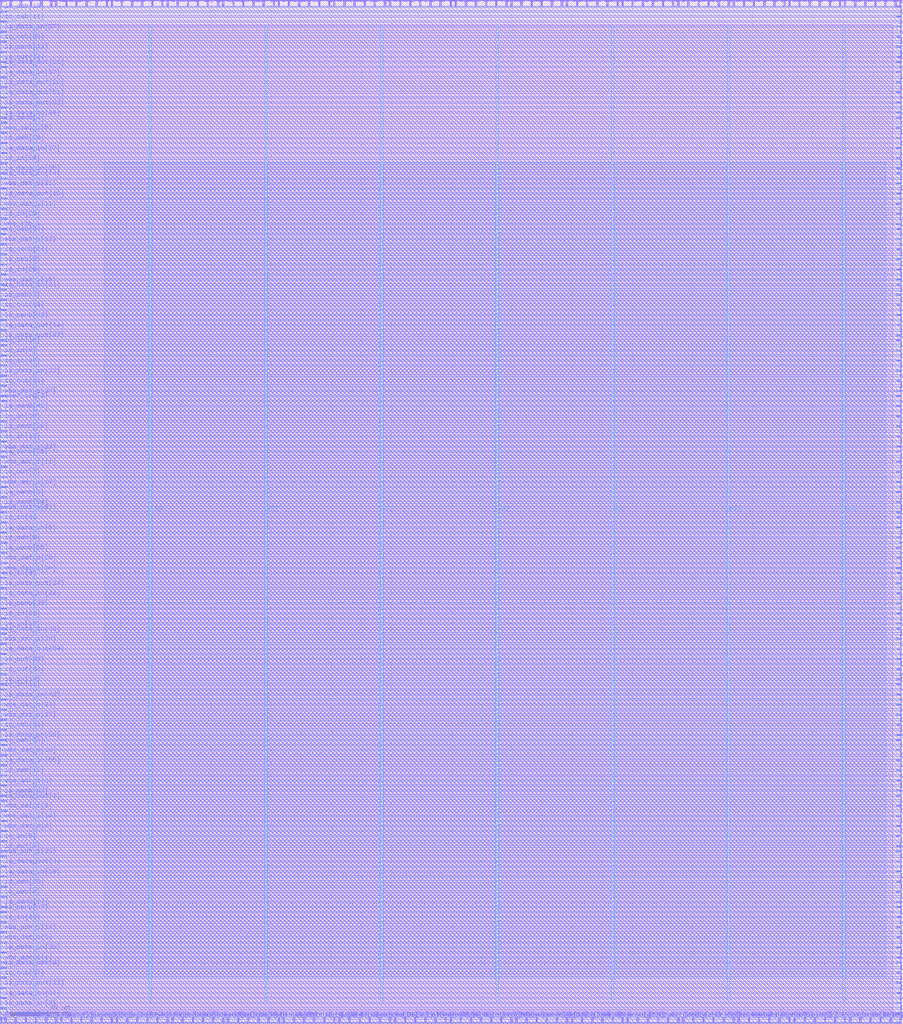
<source format=lef>
VERSION 5.7 ;
  NOWIREEXTENSIONATPIN ON ;
  DIVIDERCHAR "/" ;
  BUSBITCHARS "[]" ;
MACRO tiny_user_project
  CLASS BLOCK ;
  FOREIGN tiny_user_project ;
  ORIGIN 0.000 0.000 ;
  SIZE 600.000 BY 680.000 ;
  PIN io_in[0]
    DIRECTION INPUT ;
    USE SIGNAL ;
    PORT
      LAYER Metal3 ;
        RECT 1.000 443.520 4.000 444.080 ;
    END
  END io_in[0]
  PIN io_in[10]
    DIRECTION INPUT ;
    USE SIGNAL ;
    PORT
      LAYER Metal3 ;
        RECT 1.000 450.240 4.000 450.800 ;
    END
  END io_in[10]
  PIN io_in[11]
    DIRECTION INPUT ;
    USE SIGNAL ;
    PORT
      LAYER Metal3 ;
        RECT 1.000 221.760 4.000 222.320 ;
    END
  END io_in[11]
  PIN io_in[12]
    DIRECTION INPUT ;
    USE SIGNAL ;
    PORT
      LAYER Metal3 ;
        RECT 1.000 386.400 4.000 386.960 ;
    END
  END io_in[12]
  PIN io_in[13]
    DIRECTION INPUT ;
    USE SIGNAL ;
    PORT
      LAYER Metal3 ;
        RECT 1.000 262.080 4.000 262.640 ;
    END
  END io_in[13]
  PIN io_in[14]
    DIRECTION INPUT ;
    USE SIGNAL ;
    PORT
      LAYER Metal3 ;
        RECT 1.000 225.120 4.000 225.680 ;
    END
  END io_in[14]
  PIN io_in[15]
    DIRECTION INPUT ;
    USE SIGNAL ;
    PORT
      LAYER Metal2 ;
        RECT 299.040 676.000 299.600 679.000 ;
    END
  END io_in[15]
  PIN io_in[16]
    DIRECTION INPUT ;
    USE SIGNAL ;
    PORT
      LAYER Metal3 ;
        RECT 596.000 168.000 599.000 168.560 ;
    END
  END io_in[16]
  PIN io_in[17]
    DIRECTION INPUT ;
    USE SIGNAL ;
    PORT
      LAYER Metal3 ;
        RECT 596.000 641.760 599.000 642.320 ;
    END
  END io_in[17]
  PIN io_in[18]
    DIRECTION INPUT ;
    USE SIGNAL ;
    PORT
      LAYER Metal2 ;
        RECT 389.760 676.000 390.320 679.000 ;
    END
  END io_in[18]
  PIN io_in[19]
    DIRECTION INPUT ;
    USE SIGNAL ;
    PORT
      LAYER Metal3 ;
        RECT 596.000 26.880 599.000 27.440 ;
    END
  END io_in[19]
  PIN io_in[1]
    DIRECTION INPUT ;
    USE SIGNAL ;
    PORT
      LAYER Metal2 ;
        RECT 36.960 676.000 37.520 679.000 ;
    END
  END io_in[1]
  PIN io_in[20]
    DIRECTION INPUT ;
    USE SIGNAL ;
    PORT
      LAYER Metal2 ;
        RECT 470.400 676.000 470.960 679.000 ;
    END
  END io_in[20]
  PIN io_in[21]
    DIRECTION INPUT ;
    USE SIGNAL ;
    PORT
      LAYER Metal2 ;
        RECT 450.240 1.000 450.800 4.000 ;
    END
  END io_in[21]
  PIN io_in[22]
    DIRECTION INPUT ;
    USE SIGNAL ;
    PORT
      LAYER Metal2 ;
        RECT 598.080 676.000 598.640 679.000 ;
    END
  END io_in[22]
  PIN io_in[23]
    DIRECTION INPUT ;
    USE SIGNAL ;
    PORT
      LAYER Metal3 ;
        RECT 596.000 594.720 599.000 595.280 ;
    END
  END io_in[23]
  PIN io_in[24]
    DIRECTION INPUT ;
    USE SIGNAL ;
    PORT
      LAYER Metal2 ;
        RECT 527.520 1.000 528.080 4.000 ;
    END
  END io_in[24]
  PIN io_in[25]
    DIRECTION INPUT ;
    USE SIGNAL ;
    PORT
      LAYER Metal2 ;
        RECT 84.000 1.000 84.560 4.000 ;
    END
  END io_in[25]
  PIN io_in[26]
    DIRECTION INPUT ;
    USE SIGNAL ;
    PORT
      LAYER Metal3 ;
        RECT 1.000 534.240 4.000 534.800 ;
    END
  END io_in[26]
  PIN io_in[27]
    DIRECTION INPUT ;
    USE SIGNAL ;
    PORT
      LAYER Metal3 ;
        RECT 1.000 436.800 4.000 437.360 ;
    END
  END io_in[27]
  PIN io_in[28]
    DIRECTION INPUT ;
    USE SIGNAL ;
    PORT
      LAYER Metal3 ;
        RECT 1.000 497.280 4.000 497.840 ;
    END
  END io_in[28]
  PIN io_in[29]
    DIRECTION INPUT ;
    USE SIGNAL ;
    PORT
      LAYER Metal3 ;
        RECT 1.000 399.840 4.000 400.400 ;
    END
  END io_in[29]
  PIN io_in[2]
    DIRECTION INPUT ;
    USE SIGNAL ;
    PORT
      LAYER Metal3 ;
        RECT 596.000 675.360 599.000 675.920 ;
    END
  END io_in[2]
  PIN io_in[30]
    DIRECTION INPUT ;
    USE SIGNAL ;
    PORT
      LAYER Metal2 ;
        RECT 416.640 1.000 417.200 4.000 ;
    END
  END io_in[30]
  PIN io_in[31]
    DIRECTION INPUT ;
    USE SIGNAL ;
    PORT
      LAYER Metal3 ;
        RECT 1.000 268.800 4.000 269.360 ;
    END
  END io_in[31]
  PIN io_in[32]
    DIRECTION INPUT ;
    USE SIGNAL ;
    PORT
      LAYER Metal2 ;
        RECT 540.960 1.000 541.520 4.000 ;
    END
  END io_in[32]
  PIN io_in[33]
    DIRECTION INPUT ;
    USE SIGNAL ;
    PORT
      LAYER Metal3 ;
        RECT 1.000 67.200 4.000 67.760 ;
    END
  END io_in[33]
  PIN io_in[34]
    DIRECTION INPUT ;
    USE SIGNAL ;
    PORT
      LAYER Metal3 ;
        RECT 1.000 571.200 4.000 571.760 ;
    END
  END io_in[34]
  PIN io_in[35]
    DIRECTION INPUT ;
    USE SIGNAL ;
    PORT
      LAYER Metal2 ;
        RECT 530.880 676.000 531.440 679.000 ;
    END
  END io_in[35]
  PIN io_in[36]
    DIRECTION INPUT ;
    USE SIGNAL ;
    PORT
      LAYER Metal3 ;
        RECT 596.000 604.800 599.000 605.360 ;
    END
  END io_in[36]
  PIN io_in[37]
    DIRECTION INPUT ;
    USE SIGNAL ;
    PORT
      LAYER Metal3 ;
        RECT 596.000 527.520 599.000 528.080 ;
    END
  END io_in[37]
  PIN io_in[3]
    DIRECTION INPUT ;
    USE SIGNAL ;
    PORT
      LAYER Metal3 ;
        RECT 596.000 668.640 599.000 669.200 ;
    END
  END io_in[3]
  PIN io_in[4]
    DIRECTION INPUT ;
    USE SIGNAL ;
    PORT
      LAYER Metal3 ;
        RECT 596.000 329.280 599.000 329.840 ;
    END
  END io_in[4]
  PIN io_in[5]
    DIRECTION INPUT ;
    USE SIGNAL ;
    PORT
      LAYER Metal3 ;
        RECT 1.000 120.960 4.000 121.520 ;
    END
  END io_in[5]
  PIN io_in[6]
    DIRECTION INPUT ;
    USE SIGNAL ;
    PORT
      LAYER Metal3 ;
        RECT 596.000 161.280 599.000 161.840 ;
    END
  END io_in[6]
  PIN io_in[7]
    DIRECTION INPUT ;
    USE SIGNAL ;
    PORT
      LAYER Metal2 ;
        RECT 483.840 676.000 484.400 679.000 ;
    END
  END io_in[7]
  PIN io_in[8]
    DIRECTION INPUT ;
    USE SIGNAL ;
    PORT
      LAYER Metal3 ;
        RECT 1.000 295.680 4.000 296.240 ;
    END
  END io_in[8]
  PIN io_in[9]
    DIRECTION INPUT ;
    USE SIGNAL ;
    PORT
      LAYER Metal3 ;
        RECT 1.000 332.640 4.000 333.200 ;
    END
  END io_in[9]
  PIN io_oeb[0]
    DIRECTION OUTPUT TRISTATE ;
    USE SIGNAL ;
    PORT
      LAYER Metal3 ;
        RECT 596.000 490.560 599.000 491.120 ;
    END
  END io_oeb[0]
  PIN io_oeb[10]
    DIRECTION OUTPUT TRISTATE ;
    USE SIGNAL ;
    PORT
      LAYER Metal3 ;
        RECT 596.000 453.600 599.000 454.160 ;
    END
  END io_oeb[10]
  PIN io_oeb[11]
    DIRECTION OUTPUT TRISTATE ;
    USE SIGNAL ;
    PORT
      LAYER Metal3 ;
        RECT 1.000 665.280 4.000 665.840 ;
    END
  END io_oeb[11]
  PIN io_oeb[12]
    DIRECTION OUTPUT TRISTATE ;
    USE SIGNAL ;
    PORT
      LAYER Metal2 ;
        RECT 393.120 1.000 393.680 4.000 ;
    END
  END io_oeb[12]
  PIN io_oeb[13]
    DIRECTION OUTPUT TRISTATE ;
    USE SIGNAL ;
    PORT
      LAYER Metal3 ;
        RECT 1.000 164.640 4.000 165.200 ;
    END
  END io_oeb[13]
  PIN io_oeb[14]
    DIRECTION OUTPUT TRISTATE ;
    USE SIGNAL ;
    PORT
      LAYER Metal2 ;
        RECT 584.640 1.000 585.200 4.000 ;
    END
  END io_oeb[14]
  PIN io_oeb[15]
    DIRECTION OUTPUT TRISTATE ;
    USE SIGNAL ;
    PORT
      LAYER Metal2 ;
        RECT 366.240 676.000 366.800 679.000 ;
    END
  END io_oeb[15]
  PIN io_oeb[16]
    DIRECTION OUTPUT TRISTATE ;
    USE SIGNAL ;
    PORT
      LAYER Metal2 ;
        RECT 184.800 1.000 185.360 4.000 ;
    END
  END io_oeb[16]
  PIN io_oeb[17]
    DIRECTION OUTPUT TRISTATE ;
    USE SIGNAL ;
    PORT
      LAYER Metal2 ;
        RECT 60.480 1.000 61.040 4.000 ;
    END
  END io_oeb[17]
  PIN io_oeb[18]
    DIRECTION OUTPUT TRISTATE ;
    USE SIGNAL ;
    PORT
      LAYER Metal3 ;
        RECT 1.000 672.000 4.000 672.560 ;
    END
  END io_oeb[18]
  PIN io_oeb[19]
    DIRECTION OUTPUT TRISTATE ;
    USE SIGNAL ;
    PORT
      LAYER Metal2 ;
        RECT 184.800 676.000 185.360 679.000 ;
    END
  END io_oeb[19]
  PIN io_oeb[1]
    DIRECTION OUTPUT TRISTATE ;
    USE SIGNAL ;
    PORT
      LAYER Metal2 ;
        RECT 131.040 676.000 131.600 679.000 ;
    END
  END io_oeb[1]
  PIN io_oeb[20]
    DIRECTION OUTPUT TRISTATE ;
    USE SIGNAL ;
    PORT
      LAYER Metal2 ;
        RECT 329.280 676.000 329.840 679.000 ;
    END
  END io_oeb[20]
  PIN io_oeb[21]
    DIRECTION OUTPUT TRISTATE ;
    USE SIGNAL ;
    PORT
      LAYER Metal2 ;
        RECT 547.680 1.000 548.240 4.000 ;
    END
  END io_oeb[21]
  PIN io_oeb[22]
    DIRECTION OUTPUT TRISTATE ;
    USE SIGNAL ;
    PORT
      LAYER Metal3 ;
        RECT 596.000 204.960 599.000 205.520 ;
    END
  END io_oeb[22]
  PIN io_oeb[23]
    DIRECTION OUTPUT TRISTATE ;
    USE SIGNAL ;
    PORT
      LAYER Metal2 ;
        RECT 581.280 676.000 581.840 679.000 ;
    END
  END io_oeb[23]
  PIN io_oeb[24]
    DIRECTION OUTPUT TRISTATE ;
    USE SIGNAL ;
    PORT
      LAYER Metal3 ;
        RECT 1.000 184.800 4.000 185.360 ;
    END
  END io_oeb[24]
  PIN io_oeb[25]
    DIRECTION OUTPUT TRISTATE ;
    USE SIGNAL ;
    PORT
      LAYER Metal3 ;
        RECT 1.000 90.720 4.000 91.280 ;
    END
  END io_oeb[25]
  PIN io_oeb[26]
    DIRECTION OUTPUT TRISTATE ;
    USE SIGNAL ;
    PORT
      LAYER Metal3 ;
        RECT 1.000 584.640 4.000 585.200 ;
    END
  END io_oeb[26]
  PIN io_oeb[27]
    DIRECTION OUTPUT TRISTATE ;
    USE SIGNAL ;
    PORT
      LAYER Metal2 ;
        RECT 534.240 1.000 534.800 4.000 ;
    END
  END io_oeb[27]
  PIN io_oeb[28]
    DIRECTION OUTPUT TRISTATE ;
    USE SIGNAL ;
    PORT
      LAYER Metal3 ;
        RECT 1.000 651.840 4.000 652.400 ;
    END
  END io_oeb[28]
  PIN io_oeb[29]
    DIRECTION OUTPUT TRISTATE ;
    USE SIGNAL ;
    PORT
      LAYER Metal3 ;
        RECT 596.000 366.240 599.000 366.800 ;
    END
  END io_oeb[29]
  PIN io_oeb[2]
    DIRECTION OUTPUT TRISTATE ;
    USE SIGNAL ;
    PORT
      LAYER Metal3 ;
        RECT 596.000 285.600 599.000 286.160 ;
    END
  END io_oeb[2]
  PIN io_oeb[30]
    DIRECTION OUTPUT TRISTATE ;
    USE SIGNAL ;
    PORT
      LAYER Metal3 ;
        RECT 596.000 0.000 599.000 0.560 ;
    END
  END io_oeb[30]
  PIN io_oeb[31]
    DIRECTION OUTPUT TRISTATE ;
    USE SIGNAL ;
    PORT
      LAYER Metal3 ;
        RECT 1.000 194.880 4.000 195.440 ;
    END
  END io_oeb[31]
  PIN io_oeb[32]
    DIRECTION OUTPUT TRISTATE ;
    USE SIGNAL ;
    PORT
      LAYER Metal2 ;
        RECT 520.800 676.000 521.360 679.000 ;
    END
  END io_oeb[32]
  PIN io_oeb[33]
    DIRECTION OUTPUT TRISTATE ;
    USE SIGNAL ;
    PORT
      LAYER Metal3 ;
        RECT 596.000 144.480 599.000 145.040 ;
    END
  END io_oeb[33]
  PIN io_oeb[34]
    DIRECTION OUTPUT TRISTATE ;
    USE SIGNAL ;
    PORT
      LAYER Metal3 ;
        RECT 1.000 524.160 4.000 524.720 ;
    END
  END io_oeb[34]
  PIN io_oeb[35]
    DIRECTION OUTPUT TRISTATE ;
    USE SIGNAL ;
    PORT
      LAYER Metal3 ;
        RECT 596.000 618.240 599.000 618.800 ;
    END
  END io_oeb[35]
  PIN io_oeb[36]
    DIRECTION OUTPUT TRISTATE ;
    USE SIGNAL ;
    PORT
      LAYER Metal2 ;
        RECT 315.840 676.000 316.400 679.000 ;
    END
  END io_oeb[36]
  PIN io_oeb[37]
    DIRECTION OUTPUT TRISTATE ;
    USE SIGNAL ;
    PORT
      LAYER Metal3 ;
        RECT 596.000 299.040 599.000 299.600 ;
    END
  END io_oeb[37]
  PIN io_oeb[3]
    DIRECTION OUTPUT TRISTATE ;
    USE SIGNAL ;
    PORT
      LAYER Metal3 ;
        RECT 1.000 480.480 4.000 481.040 ;
    END
  END io_oeb[3]
  PIN io_oeb[4]
    DIRECTION OUTPUT TRISTATE ;
    USE SIGNAL ;
    PORT
      LAYER Metal3 ;
        RECT 1.000 84.000 4.000 84.560 ;
    END
  END io_oeb[4]
  PIN io_oeb[5]
    DIRECTION OUTPUT TRISTATE ;
    USE SIGNAL ;
    PORT
      LAYER Metal2 ;
        RECT 426.720 676.000 427.280 679.000 ;
    END
  END io_oeb[5]
  PIN io_oeb[6]
    DIRECTION OUTPUT TRISTATE ;
    USE SIGNAL ;
    PORT
      LAYER Metal3 ;
        RECT 1.000 504.000 4.000 504.560 ;
    END
  END io_oeb[6]
  PIN io_oeb[7]
    DIRECTION OUTPUT TRISTATE ;
    USE SIGNAL ;
    PORT
      LAYER Metal2 ;
        RECT 265.440 676.000 266.000 679.000 ;
    END
  END io_oeb[7]
  PIN io_oeb[8]
    DIRECTION OUTPUT TRISTATE ;
    USE SIGNAL ;
    PORT
      LAYER Metal3 ;
        RECT 1.000 319.200 4.000 319.760 ;
    END
  END io_oeb[8]
  PIN io_oeb[9]
    DIRECTION OUTPUT TRISTATE ;
    USE SIGNAL ;
    PORT
      LAYER Metal3 ;
        RECT 596.000 661.920 599.000 662.480 ;
    END
  END io_oeb[9]
  PIN io_out[0]
    DIRECTION OUTPUT TRISTATE ;
    USE SIGNAL ;
    PORT
      LAYER Metal2 ;
        RECT 63.840 676.000 64.400 679.000 ;
    END
  END io_out[0]
  PIN io_out[10]
    DIRECTION OUTPUT TRISTATE ;
    USE SIGNAL ;
    PORT
      LAYER Metal2 ;
        RECT 154.560 676.000 155.120 679.000 ;
    END
  END io_out[10]
  PIN io_out[11]
    DIRECTION OUTPUT TRISTATE ;
    USE SIGNAL ;
    PORT
      LAYER Metal2 ;
        RECT 413.280 1.000 413.840 4.000 ;
    END
  END io_out[11]
  PIN io_out[12]
    DIRECTION OUTPUT TRISTATE ;
    USE SIGNAL ;
    PORT
      LAYER Metal2 ;
        RECT 588.000 676.000 588.560 679.000 ;
    END
  END io_out[12]
  PIN io_out[13]
    DIRECTION OUTPUT TRISTATE ;
    USE SIGNAL ;
    PORT
      LAYER Metal3 ;
        RECT 1.000 638.400 4.000 638.960 ;
    END
  END io_out[13]
  PIN io_out[14]
    DIRECTION OUTPUT TRISTATE ;
    USE SIGNAL ;
    PORT
      LAYER Metal3 ;
        RECT 1.000 473.760 4.000 474.320 ;
    END
  END io_out[14]
  PIN io_out[15]
    DIRECTION OUTPUT TRISTATE ;
    USE SIGNAL ;
    PORT
      LAYER Metal2 ;
        RECT 258.720 1.000 259.280 4.000 ;
    END
  END io_out[15]
  PIN io_out[16]
    DIRECTION OUTPUT TRISTATE ;
    USE SIGNAL ;
    PORT
      LAYER Metal3 ;
        RECT 596.000 574.560 599.000 575.120 ;
    END
  END io_out[16]
  PIN io_out[17]
    DIRECTION OUTPUT TRISTATE ;
    USE SIGNAL ;
    PORT
      LAYER Metal2 ;
        RECT 73.920 1.000 74.480 4.000 ;
    END
  END io_out[17]
  PIN io_out[18]
    DIRECTION OUTPUT TRISTATE ;
    USE SIGNAL ;
    PORT
      LAYER Metal2 ;
        RECT 598.080 1.000 598.640 4.000 ;
    END
  END io_out[18]
  PIN io_out[19]
    DIRECTION OUTPUT TRISTATE ;
    USE SIGNAL ;
    PORT
      LAYER Metal2 ;
        RECT 100.800 676.000 101.360 679.000 ;
    END
  END io_out[19]
  PIN io_out[1]
    DIRECTION OUTPUT TRISTATE ;
    USE SIGNAL ;
    PORT
      LAYER Metal2 ;
        RECT 40.320 1.000 40.880 4.000 ;
    END
  END io_out[1]
  PIN io_out[20]
    DIRECTION OUTPUT TRISTATE ;
    USE SIGNAL ;
    PORT
      LAYER Metal3 ;
        RECT 596.000 100.800 599.000 101.360 ;
    END
  END io_out[20]
  PIN io_out[21]
    DIRECTION OUTPUT TRISTATE ;
    USE SIGNAL ;
    PORT
      LAYER Metal3 ;
        RECT 1.000 423.360 4.000 423.920 ;
    END
  END io_out[21]
  PIN io_out[22]
    DIRECTION OUTPUT TRISTATE ;
    USE SIGNAL ;
    PORT
      LAYER Metal3 ;
        RECT 596.000 181.440 599.000 182.000 ;
    END
  END io_out[22]
  PIN io_out[23]
    DIRECTION OUTPUT TRISTATE ;
    USE SIGNAL ;
    PORT
      LAYER Metal3 ;
        RECT 1.000 238.560 4.000 239.120 ;
    END
  END io_out[23]
  PIN io_out[24]
    DIRECTION OUTPUT TRISTATE ;
    USE SIGNAL ;
    PORT
      LAYER Metal2 ;
        RECT 561.120 1.000 561.680 4.000 ;
    END
  END io_out[24]
  PIN io_out[25]
    DIRECTION OUTPUT TRISTATE ;
    USE SIGNAL ;
    PORT
      LAYER Metal3 ;
        RECT 596.000 57.120 599.000 57.680 ;
    END
  END io_out[25]
  PIN io_out[26]
    DIRECTION OUTPUT TRISTATE ;
    USE SIGNAL ;
    PORT
      LAYER Metal2 ;
        RECT 268.800 1.000 269.360 4.000 ;
    END
  END io_out[26]
  PIN io_out[27]
    DIRECTION OUTPUT TRISTATE ;
    USE SIGNAL ;
    PORT
      LAYER Metal2 ;
        RECT 215.040 1.000 215.600 4.000 ;
    END
  END io_out[27]
  PIN io_out[28]
    DIRECTION OUTPUT TRISTATE ;
    USE SIGNAL ;
    PORT
      LAYER Metal2 ;
        RECT 409.920 676.000 410.480 679.000 ;
    END
  END io_out[28]
  PIN io_out[29]
    DIRECTION OUTPUT TRISTATE ;
    USE SIGNAL ;
    PORT
      LAYER Metal2 ;
        RECT 436.800 1.000 437.360 4.000 ;
    END
  END io_out[29]
  PIN io_out[2]
    DIRECTION OUTPUT TRISTATE ;
    USE SIGNAL ;
    PORT
      LAYER Metal3 ;
        RECT 596.000 265.440 599.000 266.000 ;
    END
  END io_out[2]
  PIN io_out[30]
    DIRECTION OUTPUT TRISTATE ;
    USE SIGNAL ;
    PORT
      LAYER Metal2 ;
        RECT 544.320 676.000 544.880 679.000 ;
    END
  END io_out[30]
  PIN io_out[31]
    DIRECTION OUTPUT TRISTATE ;
    USE SIGNAL ;
    PORT
      LAYER Metal2 ;
        RECT 225.120 1.000 225.680 4.000 ;
    END
  END io_out[31]
  PIN io_out[32]
    DIRECTION OUTPUT TRISTATE ;
    USE SIGNAL ;
    PORT
      LAYER Metal2 ;
        RECT 359.520 676.000 360.080 679.000 ;
    END
  END io_out[32]
  PIN io_out[33]
    DIRECTION OUTPUT TRISTATE ;
    USE SIGNAL ;
    PORT
      LAYER Metal3 ;
        RECT 1.000 231.840 4.000 232.400 ;
    END
  END io_out[33]
  PIN io_out[34]
    DIRECTION OUTPUT TRISTATE ;
    USE SIGNAL ;
    PORT
      LAYER Metal2 ;
        RECT 423.360 1.000 423.920 4.000 ;
    END
  END io_out[34]
  PIN io_out[35]
    DIRECTION OUTPUT TRISTATE ;
    USE SIGNAL ;
    PORT
      LAYER Metal2 ;
        RECT 379.680 1.000 380.240 4.000 ;
    END
  END io_out[35]
  PIN io_out[36]
    DIRECTION OUTPUT TRISTATE ;
    USE SIGNAL ;
    PORT
      LAYER Metal2 ;
        RECT 151.200 1.000 151.760 4.000 ;
    END
  END io_out[36]
  PIN io_out[37]
    DIRECTION OUTPUT TRISTATE ;
    USE SIGNAL ;
    PORT
      LAYER Metal3 ;
        RECT 1.000 30.240 4.000 30.800 ;
    END
  END io_out[37]
  PIN io_out[3]
    DIRECTION OUTPUT TRISTATE ;
    USE SIGNAL ;
    PORT
      LAYER Metal2 ;
        RECT 255.360 676.000 255.920 679.000 ;
    END
  END io_out[3]
  PIN io_out[4]
    DIRECTION OUTPUT TRISTATE ;
    USE SIGNAL ;
    PORT
      LAYER Metal2 ;
        RECT 295.680 1.000 296.240 4.000 ;
    END
  END io_out[4]
  PIN io_out[5]
    DIRECTION OUTPUT TRISTATE ;
    USE SIGNAL ;
    PORT
      LAYER Metal2 ;
        RECT 228.480 676.000 229.040 679.000 ;
    END
  END io_out[5]
  PIN io_out[6]
    DIRECTION OUTPUT TRISTATE ;
    USE SIGNAL ;
    PORT
      LAYER Metal3 ;
        RECT 1.000 114.240 4.000 114.800 ;
    END
  END io_out[6]
  PIN io_out[7]
    DIRECTION OUTPUT TRISTATE ;
    USE SIGNAL ;
    PORT
      LAYER Metal3 ;
        RECT 1.000 362.880 4.000 363.440 ;
    END
  END io_out[7]
  PIN io_out[8]
    DIRECTION OUTPUT TRISTATE ;
    USE SIGNAL ;
    PORT
      LAYER Metal2 ;
        RECT 467.040 1.000 467.600 4.000 ;
    END
  END io_out[8]
  PIN io_out[9]
    DIRECTION OUTPUT TRISTATE ;
    USE SIGNAL ;
    PORT
      LAYER Metal2 ;
        RECT 164.640 1.000 165.200 4.000 ;
    END
  END io_out[9]
  PIN la_data_in[0]
    DIRECTION INPUT ;
    USE SIGNAL ;
    PORT
      LAYER Metal3 ;
        RECT 1.000 325.920 4.000 326.480 ;
    END
  END la_data_in[0]
  PIN la_data_in[10]
    DIRECTION INPUT ;
    USE SIGNAL ;
    PORT
      LAYER Metal3 ;
        RECT 596.000 638.400 599.000 638.960 ;
    END
  END la_data_in[10]
  PIN la_data_in[11]
    DIRECTION INPUT ;
    USE SIGNAL ;
    PORT
      LAYER Metal3 ;
        RECT 596.000 322.560 599.000 323.120 ;
    END
  END la_data_in[11]
  PIN la_data_in[12]
    DIRECTION INPUT ;
    USE SIGNAL ;
    PORT
      LAYER Metal2 ;
        RECT 194.880 1.000 195.440 4.000 ;
    END
  END la_data_in[12]
  PIN la_data_in[13]
    DIRECTION INPUT ;
    USE SIGNAL ;
    PORT
      LAYER Metal2 ;
        RECT 218.400 676.000 218.960 679.000 ;
    END
  END la_data_in[13]
  PIN la_data_in[14]
    DIRECTION INPUT ;
    USE SIGNAL ;
    PORT
      LAYER Metal3 ;
        RECT 1.000 561.120 4.000 561.680 ;
    END
  END la_data_in[14]
  PIN la_data_in[15]
    DIRECTION INPUT ;
    USE SIGNAL ;
    PORT
      LAYER Metal3 ;
        RECT 596.000 500.640 599.000 501.200 ;
    END
  END la_data_in[15]
  PIN la_data_in[16]
    DIRECTION INPUT ;
    USE SIGNAL ;
    PORT
      LAYER Metal2 ;
        RECT 20.160 676.000 20.720 679.000 ;
    END
  END la_data_in[16]
  PIN la_data_in[17]
    DIRECTION INPUT ;
    USE SIGNAL ;
    PORT
      LAYER Metal3 ;
        RECT 596.000 137.760 599.000 138.320 ;
    END
  END la_data_in[17]
  PIN la_data_in[18]
    DIRECTION INPUT ;
    USE SIGNAL ;
    PORT
      LAYER Metal2 ;
        RECT 278.880 676.000 279.440 679.000 ;
    END
  END la_data_in[18]
  PIN la_data_in[19]
    DIRECTION INPUT ;
    USE SIGNAL ;
    PORT
      LAYER Metal3 ;
        RECT 1.000 97.440 4.000 98.000 ;
    END
  END la_data_in[19]
  PIN la_data_in[1]
    DIRECTION INPUT ;
    USE SIGNAL ;
    PORT
      LAYER Metal2 ;
        RECT 107.520 676.000 108.080 679.000 ;
    END
  END la_data_in[1]
  PIN la_data_in[20]
    DIRECTION INPUT ;
    USE SIGNAL ;
    PORT
      LAYER Metal3 ;
        RECT 596.000 174.720 599.000 175.280 ;
    END
  END la_data_in[20]
  PIN la_data_in[21]
    DIRECTION INPUT ;
    USE SIGNAL ;
    PORT
      LAYER Metal3 ;
        RECT 1.000 487.200 4.000 487.760 ;
    END
  END la_data_in[21]
  PIN la_data_in[22]
    DIRECTION INPUT ;
    USE SIGNAL ;
    PORT
      LAYER Metal3 ;
        RECT 1.000 282.240 4.000 282.800 ;
    END
  END la_data_in[22]
  PIN la_data_in[23]
    DIRECTION INPUT ;
    USE SIGNAL ;
    PORT
      LAYER Metal3 ;
        RECT 596.000 520.800 599.000 521.360 ;
    END
  END la_data_in[23]
  PIN la_data_in[24]
    DIRECTION INPUT ;
    USE SIGNAL ;
    PORT
      LAYER Metal2 ;
        RECT 285.600 676.000 286.160 679.000 ;
    END
  END la_data_in[24]
  PIN la_data_in[25]
    DIRECTION INPUT ;
    USE SIGNAL ;
    PORT
      LAYER Metal2 ;
        RECT 94.080 676.000 94.640 679.000 ;
    END
  END la_data_in[25]
  PIN la_data_in[26]
    DIRECTION INPUT ;
    USE SIGNAL ;
    PORT
      LAYER Metal2 ;
        RECT 352.800 676.000 353.360 679.000 ;
    END
  END la_data_in[26]
  PIN la_data_in[27]
    DIRECTION INPUT ;
    USE SIGNAL ;
    PORT
      LAYER Metal3 ;
        RECT 1.000 577.920 4.000 578.480 ;
    END
  END la_data_in[27]
  PIN la_data_in[28]
    DIRECTION INPUT ;
    USE SIGNAL ;
    PORT
      LAYER Metal3 ;
        RECT 1.000 601.440 4.000 602.000 ;
    END
  END la_data_in[28]
  PIN la_data_in[29]
    DIRECTION INPUT ;
    USE SIGNAL ;
    PORT
      LAYER Metal3 ;
        RECT 596.000 198.240 599.000 198.800 ;
    END
  END la_data_in[29]
  PIN la_data_in[2]
    DIRECTION INPUT ;
    USE SIGNAL ;
    PORT
      LAYER Metal2 ;
        RECT 241.920 676.000 242.480 679.000 ;
    END
  END la_data_in[2]
  PIN la_data_in[30]
    DIRECTION INPUT ;
    USE SIGNAL ;
    PORT
      LAYER Metal3 ;
        RECT 1.000 47.040 4.000 47.600 ;
    END
  END la_data_in[30]
  PIN la_data_in[31]
    DIRECTION INPUT ;
    USE SIGNAL ;
    PORT
      LAYER Metal2 ;
        RECT 500.640 676.000 501.200 679.000 ;
    END
  END la_data_in[31]
  PIN la_data_in[32]
    DIRECTION INPUT ;
    USE SIGNAL ;
    PORT
      LAYER Metal3 ;
        RECT 1.000 258.720 4.000 259.280 ;
    END
  END la_data_in[32]
  PIN la_data_in[33]
    DIRECTION INPUT ;
    USE SIGNAL ;
    PORT
      LAYER Metal3 ;
        RECT 1.000 430.080 4.000 430.640 ;
    END
  END la_data_in[33]
  PIN la_data_in[34]
    DIRECTION INPUT ;
    USE SIGNAL ;
    PORT
      LAYER Metal2 ;
        RECT 6.720 676.000 7.280 679.000 ;
    END
  END la_data_in[34]
  PIN la_data_in[35]
    DIRECTION INPUT ;
    USE SIGNAL ;
    PORT
      LAYER Metal3 ;
        RECT 1.000 564.480 4.000 565.040 ;
    END
  END la_data_in[35]
  PIN la_data_in[36]
    DIRECTION INPUT ;
    USE SIGNAL ;
    PORT
      LAYER Metal2 ;
        RECT 453.600 1.000 454.160 4.000 ;
    END
  END la_data_in[36]
  PIN la_data_in[37]
    DIRECTION INPUT ;
    USE SIGNAL ;
    PORT
      LAYER Metal3 ;
        RECT 1.000 628.320 4.000 628.880 ;
    END
  END la_data_in[37]
  PIN la_data_in[38]
    DIRECTION INPUT ;
    USE SIGNAL ;
    PORT
      LAYER Metal2 ;
        RECT 288.960 1.000 289.520 4.000 ;
    END
  END la_data_in[38]
  PIN la_data_in[39]
    DIRECTION INPUT ;
    USE SIGNAL ;
    PORT
      LAYER Metal2 ;
        RECT 309.120 676.000 309.680 679.000 ;
    END
  END la_data_in[39]
  PIN la_data_in[3]
    DIRECTION INPUT ;
    USE SIGNAL ;
    PORT
      LAYER Metal3 ;
        RECT 596.000 389.760 599.000 390.320 ;
    END
  END la_data_in[3]
  PIN la_data_in[40]
    DIRECTION INPUT ;
    USE SIGNAL ;
    PORT
      LAYER Metal2 ;
        RECT 221.760 1.000 222.320 4.000 ;
    END
  END la_data_in[40]
  PIN la_data_in[41]
    DIRECTION INPUT ;
    USE SIGNAL ;
    PORT
      LAYER Metal2 ;
        RECT 305.760 1.000 306.320 4.000 ;
    END
  END la_data_in[41]
  PIN la_data_in[42]
    DIRECTION INPUT ;
    USE SIGNAL ;
    PORT
      LAYER Metal3 ;
        RECT 1.000 215.040 4.000 215.600 ;
    END
  END la_data_in[42]
  PIN la_data_in[43]
    DIRECTION INPUT ;
    USE SIGNAL ;
    PORT
      LAYER Metal2 ;
        RECT 561.120 676.000 561.680 679.000 ;
    END
  END la_data_in[43]
  PIN la_data_in[44]
    DIRECTION INPUT ;
    USE SIGNAL ;
    PORT
      LAYER Metal3 ;
        RECT 596.000 43.680 599.000 44.240 ;
    END
  END la_data_in[44]
  PIN la_data_in[45]
    DIRECTION INPUT ;
    USE SIGNAL ;
    PORT
      LAYER Metal2 ;
        RECT 208.320 1.000 208.880 4.000 ;
    END
  END la_data_in[45]
  PIN la_data_in[46]
    DIRECTION INPUT ;
    USE SIGNAL ;
    PORT
      LAYER Metal3 ;
        RECT 596.000 507.360 599.000 507.920 ;
    END
  END la_data_in[46]
  PIN la_data_in[47]
    DIRECTION INPUT ;
    USE SIGNAL ;
    PORT
      LAYER Metal2 ;
        RECT 399.840 1.000 400.400 4.000 ;
    END
  END la_data_in[47]
  PIN la_data_in[48]
    DIRECTION INPUT ;
    USE SIGNAL ;
    PORT
      LAYER Metal2 ;
        RECT 258.720 676.000 259.280 679.000 ;
    END
  END la_data_in[48]
  PIN la_data_in[49]
    DIRECTION INPUT ;
    USE SIGNAL ;
    PORT
      LAYER Metal2 ;
        RECT 204.960 676.000 205.520 679.000 ;
    END
  END la_data_in[49]
  PIN la_data_in[4]
    DIRECTION INPUT ;
    USE SIGNAL ;
    PORT
      LAYER Metal2 ;
        RECT 13.440 676.000 14.000 679.000 ;
    END
  END la_data_in[4]
  PIN la_data_in[50]
    DIRECTION INPUT ;
    USE SIGNAL ;
    PORT
      LAYER Metal2 ;
        RECT 211.680 676.000 212.240 679.000 ;
    END
  END la_data_in[50]
  PIN la_data_in[51]
    DIRECTION INPUT ;
    USE SIGNAL ;
    PORT
      LAYER Metal2 ;
        RECT 299.040 1.000 299.600 4.000 ;
    END
  END la_data_in[51]
  PIN la_data_in[52]
    DIRECTION INPUT ;
    USE SIGNAL ;
    PORT
      LAYER Metal3 ;
        RECT 596.000 255.360 599.000 255.920 ;
    END
  END la_data_in[52]
  PIN la_data_in[53]
    DIRECTION INPUT ;
    USE SIGNAL ;
    PORT
      LAYER Metal2 ;
        RECT 456.960 676.000 457.520 679.000 ;
    END
  END la_data_in[53]
  PIN la_data_in[54]
    DIRECTION INPUT ;
    USE SIGNAL ;
    PORT
      LAYER Metal2 ;
        RECT 413.280 676.000 413.840 679.000 ;
    END
  END la_data_in[54]
  PIN la_data_in[55]
    DIRECTION INPUT ;
    USE SIGNAL ;
    PORT
      LAYER Metal3 ;
        RECT 1.000 171.360 4.000 171.920 ;
    END
  END la_data_in[55]
  PIN la_data_in[56]
    DIRECTION INPUT ;
    USE SIGNAL ;
    PORT
      LAYER Metal3 ;
        RECT 1.000 188.160 4.000 188.720 ;
    END
  END la_data_in[56]
  PIN la_data_in[57]
    DIRECTION INPUT ;
    USE SIGNAL ;
    PORT
      LAYER Metal3 ;
        RECT 1.000 658.560 4.000 659.120 ;
    END
  END la_data_in[57]
  PIN la_data_in[58]
    DIRECTION INPUT ;
    USE SIGNAL ;
    PORT
      LAYER Metal2 ;
        RECT 231.840 1.000 232.400 4.000 ;
    END
  END la_data_in[58]
  PIN la_data_in[59]
    DIRECTION INPUT ;
    USE SIGNAL ;
    PORT
      LAYER Metal3 ;
        RECT 596.000 624.960 599.000 625.520 ;
    END
  END la_data_in[59]
  PIN la_data_in[5]
    DIRECTION INPUT ;
    USE SIGNAL ;
    PORT
      LAYER Metal2 ;
        RECT 110.880 1.000 111.440 4.000 ;
    END
  END la_data_in[5]
  PIN la_data_in[60]
    DIRECTION INPUT ;
    USE SIGNAL ;
    PORT
      LAYER Metal3 ;
        RECT 596.000 463.680 599.000 464.240 ;
    END
  END la_data_in[60]
  PIN la_data_in[61]
    DIRECTION INPUT ;
    USE SIGNAL ;
    PORT
      LAYER Metal3 ;
        RECT 1.000 16.800 4.000 17.360 ;
    END
  END la_data_in[61]
  PIN la_data_in[62]
    DIRECTION INPUT ;
    USE SIGNAL ;
    PORT
      LAYER Metal2 ;
        RECT 376.320 1.000 376.880 4.000 ;
    END
  END la_data_in[62]
  PIN la_data_in[63]
    DIRECTION INPUT ;
    USE SIGNAL ;
    PORT
      LAYER Metal2 ;
        RECT 124.320 676.000 124.880 679.000 ;
    END
  END la_data_in[63]
  PIN la_data_in[6]
    DIRECTION INPUT ;
    USE SIGNAL ;
    PORT
      LAYER Metal2 ;
        RECT 127.680 1.000 128.240 4.000 ;
    END
  END la_data_in[6]
  PIN la_data_in[7]
    DIRECTION INPUT ;
    USE SIGNAL ;
    PORT
      LAYER Metal3 ;
        RECT 596.000 272.160 599.000 272.720 ;
    END
  END la_data_in[7]
  PIN la_data_in[8]
    DIRECTION INPUT ;
    USE SIGNAL ;
    PORT
      LAYER Metal3 ;
        RECT 1.000 10.080 4.000 10.640 ;
    END
  END la_data_in[8]
  PIN la_data_in[9]
    DIRECTION INPUT ;
    USE SIGNAL ;
    PORT
      LAYER Metal2 ;
        RECT 537.600 676.000 538.160 679.000 ;
    END
  END la_data_in[9]
  PIN la_data_out[0]
    DIRECTION OUTPUT TRISTATE ;
    USE SIGNAL ;
    PORT
      LAYER Metal2 ;
        RECT 514.080 676.000 514.640 679.000 ;
    END
  END la_data_out[0]
  PIN la_data_out[10]
    DIRECTION OUTPUT TRISTATE ;
    USE SIGNAL ;
    PORT
      LAYER Metal3 ;
        RECT 596.000 383.040 599.000 383.600 ;
    END
  END la_data_out[10]
  PIN la_data_out[11]
    DIRECTION OUTPUT TRISTATE ;
    USE SIGNAL ;
    PORT
      LAYER Metal3 ;
        RECT 1.000 23.520 4.000 24.080 ;
    END
  END la_data_out[11]
  PIN la_data_out[12]
    DIRECTION OUTPUT TRISTATE ;
    USE SIGNAL ;
    PORT
      LAYER Metal3 ;
        RECT 1.000 460.320 4.000 460.880 ;
    END
  END la_data_out[12]
  PIN la_data_out[13]
    DIRECTION OUTPUT TRISTATE ;
    USE SIGNAL ;
    PORT
      LAYER Metal2 ;
        RECT 238.560 1.000 239.120 4.000 ;
    END
  END la_data_out[13]
  PIN la_data_out[14]
    DIRECTION OUTPUT TRISTATE ;
    USE SIGNAL ;
    PORT
      LAYER Metal3 ;
        RECT 596.000 302.400 599.000 302.960 ;
    END
  END la_data_out[14]
  PIN la_data_out[15]
    DIRECTION OUTPUT TRISTATE ;
    USE SIGNAL ;
    PORT
      LAYER Metal3 ;
        RECT 1.000 547.680 4.000 548.240 ;
    END
  END la_data_out[15]
  PIN la_data_out[16]
    DIRECTION OUTPUT TRISTATE ;
    USE SIGNAL ;
    PORT
      LAYER Metal3 ;
        RECT 596.000 396.480 599.000 397.040 ;
    END
  END la_data_out[16]
  PIN la_data_out[17]
    DIRECTION OUTPUT TRISTATE ;
    USE SIGNAL ;
    PORT
      LAYER Metal2 ;
        RECT 272.160 676.000 272.720 679.000 ;
    END
  END la_data_out[17]
  PIN la_data_out[18]
    DIRECTION OUTPUT TRISTATE ;
    USE SIGNAL ;
    PORT
      LAYER Metal3 ;
        RECT 596.000 567.840 599.000 568.400 ;
    END
  END la_data_out[18]
  PIN la_data_out[19]
    DIRECTION OUTPUT TRISTATE ;
    USE SIGNAL ;
    PORT
      LAYER Metal2 ;
        RECT 339.360 1.000 339.920 4.000 ;
    END
  END la_data_out[19]
  PIN la_data_out[1]
    DIRECTION OUTPUT TRISTATE ;
    USE SIGNAL ;
    PORT
      LAYER Metal3 ;
        RECT 596.000 339.360 599.000 339.920 ;
    END
  END la_data_out[1]
  PIN la_data_out[20]
    DIRECTION OUTPUT TRISTATE ;
    USE SIGNAL ;
    PORT
      LAYER Metal3 ;
        RECT 596.000 131.040 599.000 131.600 ;
    END
  END la_data_out[20]
  PIN la_data_out[21]
    DIRECTION OUTPUT TRISTATE ;
    USE SIGNAL ;
    PORT
      LAYER Metal3 ;
        RECT 1.000 635.040 4.000 635.600 ;
    END
  END la_data_out[21]
  PIN la_data_out[22]
    DIRECTION OUTPUT TRISTATE ;
    USE SIGNAL ;
    PORT
      LAYER Metal3 ;
        RECT 596.000 440.160 599.000 440.720 ;
    END
  END la_data_out[22]
  PIN la_data_out[23]
    DIRECTION OUTPUT TRISTATE ;
    USE SIGNAL ;
    PORT
      LAYER Metal2 ;
        RECT 188.160 1.000 188.720 4.000 ;
    END
  END la_data_out[23]
  PIN la_data_out[24]
    DIRECTION OUTPUT TRISTATE ;
    USE SIGNAL ;
    PORT
      LAYER Metal3 ;
        RECT 1.000 288.960 4.000 289.520 ;
    END
  END la_data_out[24]
  PIN la_data_out[25]
    DIRECTION OUTPUT TRISTATE ;
    USE SIGNAL ;
    PORT
      LAYER Metal2 ;
        RECT 342.720 1.000 343.280 4.000 ;
    END
  END la_data_out[25]
  PIN la_data_out[26]
    DIRECTION OUTPUT TRISTATE ;
    USE SIGNAL ;
    PORT
      LAYER Metal3 ;
        RECT 1.000 621.600 4.000 622.160 ;
    END
  END la_data_out[26]
  PIN la_data_out[27]
    DIRECTION OUTPUT TRISTATE ;
    USE SIGNAL ;
    PORT
      LAYER Metal2 ;
        RECT 346.080 676.000 346.640 679.000 ;
    END
  END la_data_out[27]
  PIN la_data_out[28]
    DIRECTION OUTPUT TRISTATE ;
    USE SIGNAL ;
    PORT
      LAYER Metal3 ;
        RECT 596.000 551.040 599.000 551.600 ;
    END
  END la_data_out[28]
  PIN la_data_out[29]
    DIRECTION OUTPUT TRISTATE ;
    USE SIGNAL ;
    PORT
      LAYER Metal2 ;
        RECT 275.520 1.000 276.080 4.000 ;
    END
  END la_data_out[29]
  PIN la_data_out[2]
    DIRECTION OUTPUT TRISTATE ;
    USE SIGNAL ;
    PORT
      LAYER Metal3 ;
        RECT 1.000 147.840 4.000 148.400 ;
    END
  END la_data_out[2]
  PIN la_data_out[30]
    DIRECTION OUTPUT TRISTATE ;
    USE SIGNAL ;
    PORT
      LAYER Metal3 ;
        RECT 596.000 336.000 599.000 336.560 ;
    END
  END la_data_out[30]
  PIN la_data_out[31]
    DIRECTION OUTPUT TRISTATE ;
    USE SIGNAL ;
    PORT
      LAYER Metal3 ;
        RECT 596.000 70.560 599.000 71.120 ;
    END
  END la_data_out[31]
  PIN la_data_out[32]
    DIRECTION OUTPUT TRISTATE ;
    USE SIGNAL ;
    PORT
      LAYER Metal2 ;
        RECT 336.000 676.000 336.560 679.000 ;
    END
  END la_data_out[32]
  PIN la_data_out[33]
    DIRECTION OUTPUT TRISTATE ;
    USE SIGNAL ;
    PORT
      LAYER Metal3 ;
        RECT 596.000 154.560 599.000 155.120 ;
    END
  END la_data_out[33]
  PIN la_data_out[34]
    DIRECTION OUTPUT TRISTATE ;
    USE SIGNAL ;
    PORT
      LAYER Metal2 ;
        RECT 312.480 1.000 313.040 4.000 ;
    END
  END la_data_out[34]
  PIN la_data_out[35]
    DIRECTION OUTPUT TRISTATE ;
    USE SIGNAL ;
    PORT
      LAYER Metal2 ;
        RECT 302.400 676.000 302.960 679.000 ;
    END
  END la_data_out[35]
  PIN la_data_out[36]
    DIRECTION OUTPUT TRISTATE ;
    USE SIGNAL ;
    PORT
      LAYER Metal3 ;
        RECT 596.000 557.760 599.000 558.320 ;
    END
  END la_data_out[36]
  PIN la_data_out[37]
    DIRECTION OUTPUT TRISTATE ;
    USE SIGNAL ;
    PORT
      LAYER Metal3 ;
        RECT 596.000 292.320 599.000 292.880 ;
    END
  END la_data_out[37]
  PIN la_data_out[38]
    DIRECTION OUTPUT TRISTATE ;
    USE SIGNAL ;
    PORT
      LAYER Metal3 ;
        RECT 596.000 50.400 599.000 50.960 ;
    END
  END la_data_out[38]
  PIN la_data_out[39]
    DIRECTION OUTPUT TRISTATE ;
    USE SIGNAL ;
    PORT
      LAYER Metal3 ;
        RECT 596.000 124.320 599.000 124.880 ;
    END
  END la_data_out[39]
  PIN la_data_out[3]
    DIRECTION OUTPUT TRISTATE ;
    USE SIGNAL ;
    PORT
      LAYER Metal3 ;
        RECT 1.000 104.160 4.000 104.720 ;
    END
  END la_data_out[3]
  PIN la_data_out[40]
    DIRECTION OUTPUT TRISTATE ;
    USE SIGNAL ;
    PORT
      LAYER Metal3 ;
        RECT 596.000 20.160 599.000 20.720 ;
    END
  END la_data_out[40]
  PIN la_data_out[41]
    DIRECTION OUTPUT TRISTATE ;
    USE SIGNAL ;
    PORT
      LAYER Metal3 ;
        RECT 596.000 235.200 599.000 235.760 ;
    END
  END la_data_out[41]
  PIN la_data_out[42]
    DIRECTION OUTPUT TRISTATE ;
    USE SIGNAL ;
    PORT
      LAYER Metal3 ;
        RECT 596.000 581.280 599.000 581.840 ;
    END
  END la_data_out[42]
  PIN la_data_out[43]
    DIRECTION OUTPUT TRISTATE ;
    USE SIGNAL ;
    PORT
      LAYER Metal2 ;
        RECT 36.960 1.000 37.520 4.000 ;
    END
  END la_data_out[43]
  PIN la_data_out[44]
    DIRECTION OUTPUT TRISTATE ;
    USE SIGNAL ;
    PORT
      LAYER Metal2 ;
        RECT 262.080 1.000 262.640 4.000 ;
    END
  END la_data_out[44]
  PIN la_data_out[45]
    DIRECTION OUTPUT TRISTATE ;
    USE SIGNAL ;
    PORT
      LAYER Metal2 ;
        RECT 57.120 676.000 57.680 679.000 ;
    END
  END la_data_out[45]
  PIN la_data_out[46]
    DIRECTION OUTPUT TRISTATE ;
    USE SIGNAL ;
    PORT
      LAYER Metal2 ;
        RECT 50.400 676.000 50.960 679.000 ;
    END
  END la_data_out[46]
  PIN la_data_out[47]
    DIRECTION OUTPUT TRISTATE ;
    USE SIGNAL ;
    PORT
      LAYER Metal3 ;
        RECT 1.000 453.600 4.000 454.160 ;
    END
  END la_data_out[47]
  PIN la_data_out[48]
    DIRECTION OUTPUT TRISTATE ;
    USE SIGNAL ;
    PORT
      LAYER Metal2 ;
        RECT 147.840 1.000 148.400 4.000 ;
    END
  END la_data_out[48]
  PIN la_data_out[49]
    DIRECTION OUTPUT TRISTATE ;
    USE SIGNAL ;
    PORT
      LAYER Metal2 ;
        RECT 577.920 1.000 578.480 4.000 ;
    END
  END la_data_out[49]
  PIN la_data_out[4]
    DIRECTION OUTPUT TRISTATE ;
    USE SIGNAL ;
    PORT
      LAYER Metal2 ;
        RECT 322.560 676.000 323.120 679.000 ;
    END
  END la_data_out[4]
  PIN la_data_out[50]
    DIRECTION OUTPUT TRISTATE ;
    USE SIGNAL ;
    PORT
      LAYER Metal2 ;
        RECT 181.440 676.000 182.000 679.000 ;
    END
  END la_data_out[50]
  PIN la_data_out[51]
    DIRECTION OUTPUT TRISTATE ;
    USE SIGNAL ;
    PORT
      LAYER Metal3 ;
        RECT 1.000 614.880 4.000 615.440 ;
    END
  END la_data_out[51]
  PIN la_data_out[52]
    DIRECTION OUTPUT TRISTATE ;
    USE SIGNAL ;
    PORT
      LAYER Metal3 ;
        RECT 596.000 80.640 599.000 81.200 ;
    END
  END la_data_out[52]
  PIN la_data_out[53]
    DIRECTION OUTPUT TRISTATE ;
    USE SIGNAL ;
    PORT
      LAYER Metal3 ;
        RECT 1.000 608.160 4.000 608.720 ;
    END
  END la_data_out[53]
  PIN la_data_out[54]
    DIRECTION OUTPUT TRISTATE ;
    USE SIGNAL ;
    PORT
      LAYER Metal3 ;
        RECT 596.000 477.120 599.000 477.680 ;
    END
  END la_data_out[54]
  PIN la_data_out[55]
    DIRECTION OUTPUT TRISTATE ;
    USE SIGNAL ;
    PORT
      LAYER Metal2 ;
        RECT 198.240 676.000 198.800 679.000 ;
    END
  END la_data_out[55]
  PIN la_data_out[56]
    DIRECTION OUTPUT TRISTATE ;
    USE SIGNAL ;
    PORT
      LAYER Metal3 ;
        RECT 596.000 191.520 599.000 192.080 ;
    END
  END la_data_out[56]
  PIN la_data_out[57]
    DIRECTION OUTPUT TRISTATE ;
    USE SIGNAL ;
    PORT
      LAYER Metal2 ;
        RECT 446.880 676.000 447.440 679.000 ;
    END
  END la_data_out[57]
  PIN la_data_out[58]
    DIRECTION OUTPUT TRISTATE ;
    USE SIGNAL ;
    PORT
      LAYER Metal3 ;
        RECT 596.000 483.840 599.000 484.400 ;
    END
  END la_data_out[58]
  PIN la_data_out[59]
    DIRECTION OUTPUT TRISTATE ;
    USE SIGNAL ;
    PORT
      LAYER Metal3 ;
        RECT 1.000 245.280 4.000 245.840 ;
    END
  END la_data_out[59]
  PIN la_data_out[5]
    DIRECTION OUTPUT TRISTATE ;
    USE SIGNAL ;
    PORT
      LAYER Metal3 ;
        RECT 596.000 420.000 599.000 420.560 ;
    END
  END la_data_out[5]
  PIN la_data_out[60]
    DIRECTION OUTPUT TRISTATE ;
    USE SIGNAL ;
    PORT
      LAYER Metal2 ;
        RECT 477.120 676.000 477.680 679.000 ;
    END
  END la_data_out[60]
  PIN la_data_out[61]
    DIRECTION OUTPUT TRISTATE ;
    USE SIGNAL ;
    PORT
      LAYER Metal2 ;
        RECT 171.360 1.000 171.920 4.000 ;
    END
  END la_data_out[61]
  PIN la_data_out[62]
    DIRECTION OUTPUT TRISTATE ;
    USE SIGNAL ;
    PORT
      LAYER Metal2 ;
        RECT 554.400 1.000 554.960 4.000 ;
    END
  END la_data_out[62]
  PIN la_data_out[63]
    DIRECTION OUTPUT TRISTATE ;
    USE SIGNAL ;
    PORT
      LAYER Metal3 ;
        RECT 596.000 87.360 599.000 87.920 ;
    END
  END la_data_out[63]
  PIN la_data_out[6]
    DIRECTION OUTPUT TRISTATE ;
    USE SIGNAL ;
    PORT
      LAYER Metal3 ;
        RECT 596.000 225.120 599.000 225.680 ;
    END
  END la_data_out[6]
  PIN la_data_out[7]
    DIRECTION OUTPUT TRISTATE ;
    USE SIGNAL ;
    PORT
      LAYER Metal2 ;
        RECT 574.560 676.000 575.120 679.000 ;
    END
  END la_data_out[7]
  PIN la_data_out[8]
    DIRECTION OUTPUT TRISTATE ;
    USE SIGNAL ;
    PORT
      LAYER Metal3 ;
        RECT 1.000 36.960 4.000 37.520 ;
    END
  END la_data_out[8]
  PIN la_data_out[9]
    DIRECTION OUTPUT TRISTATE ;
    USE SIGNAL ;
    PORT
      LAYER Metal3 ;
        RECT 596.000 346.080 599.000 346.640 ;
    END
  END la_data_out[9]
  PIN la_oenb[0]
    DIRECTION INPUT ;
    USE SIGNAL ;
    PORT
      LAYER Metal3 ;
        RECT 596.000 278.880 599.000 279.440 ;
    END
  END la_oenb[0]
  PIN la_oenb[10]
    DIRECTION INPUT ;
    USE SIGNAL ;
    PORT
      LAYER Metal3 ;
        RECT 596.000 493.920 599.000 494.480 ;
    END
  END la_oenb[10]
  PIN la_oenb[11]
    DIRECTION INPUT ;
    USE SIGNAL ;
    PORT
      LAYER Metal3 ;
        RECT 596.000 403.200 599.000 403.760 ;
    END
  END la_oenb[11]
  PIN la_oenb[12]
    DIRECTION INPUT ;
    USE SIGNAL ;
    PORT
      LAYER Metal3 ;
        RECT 1.000 645.120 4.000 645.680 ;
    END
  END la_oenb[12]
  PIN la_oenb[13]
    DIRECTION INPUT ;
    USE SIGNAL ;
    PORT
      LAYER Metal3 ;
        RECT 1.000 510.720 4.000 511.280 ;
    END
  END la_oenb[13]
  PIN la_oenb[14]
    DIRECTION INPUT ;
    USE SIGNAL ;
    PORT
      LAYER Metal2 ;
        RECT 473.760 1.000 474.320 4.000 ;
    END
  END la_oenb[14]
  PIN la_oenb[15]
    DIRECTION INPUT ;
    USE SIGNAL ;
    PORT
      LAYER Metal2 ;
        RECT 564.480 1.000 565.040 4.000 ;
    END
  END la_oenb[15]
  PIN la_oenb[16]
    DIRECTION INPUT ;
    USE SIGNAL ;
    PORT
      LAYER Metal2 ;
        RECT 90.720 1.000 91.280 4.000 ;
    END
  END la_oenb[16]
  PIN la_oenb[17]
    DIRECTION INPUT ;
    USE SIGNAL ;
    PORT
      LAYER Metal3 ;
        RECT 1.000 77.280 4.000 77.840 ;
    END
  END la_oenb[17]
  PIN la_oenb[18]
    DIRECTION INPUT ;
    USE SIGNAL ;
    PORT
      LAYER Metal2 ;
        RECT 0.000 676.000 0.560 679.000 ;
    END
  END la_oenb[18]
  PIN la_oenb[19]
    DIRECTION INPUT ;
    USE SIGNAL ;
    PORT
      LAYER Metal3 ;
        RECT 596.000 94.080 599.000 94.640 ;
    END
  END la_oenb[19]
  PIN la_oenb[1]
    DIRECTION INPUT ;
    USE SIGNAL ;
    PORT
      LAYER Metal2 ;
        RECT 80.640 676.000 81.200 679.000 ;
    END
  END la_oenb[1]
  PIN la_oenb[20]
    DIRECTION INPUT ;
    USE SIGNAL ;
    PORT
      LAYER Metal3 ;
        RECT 1.000 376.320 4.000 376.880 ;
    END
  END la_oenb[20]
  PIN la_oenb[21]
    DIRECTION INPUT ;
    USE SIGNAL ;
    PORT
      LAYER Metal2 ;
        RECT 221.760 676.000 222.320 679.000 ;
    END
  END la_oenb[21]
  PIN la_oenb[22]
    DIRECTION INPUT ;
    USE SIGNAL ;
    PORT
      LAYER Metal2 ;
        RECT 433.440 676.000 434.000 679.000 ;
    END
  END la_oenb[22]
  PIN la_oenb[23]
    DIRECTION INPUT ;
    USE SIGNAL ;
    PORT
      LAYER Metal2 ;
        RECT 178.080 1.000 178.640 4.000 ;
    END
  END la_oenb[23]
  PIN la_oenb[24]
    DIRECTION INPUT ;
    USE SIGNAL ;
    PORT
      LAYER Metal3 ;
        RECT 596.000 433.440 599.000 434.000 ;
    END
  END la_oenb[24]
  PIN la_oenb[25]
    DIRECTION INPUT ;
    USE SIGNAL ;
    PORT
      LAYER Metal2 ;
        RECT 571.200 1.000 571.760 4.000 ;
    END
  END la_oenb[25]
  PIN la_oenb[26]
    DIRECTION INPUT ;
    USE SIGNAL ;
    PORT
      LAYER Metal2 ;
        RECT 87.360 676.000 87.920 679.000 ;
    END
  END la_oenb[26]
  PIN la_oenb[27]
    DIRECTION INPUT ;
    USE SIGNAL ;
    PORT
      LAYER Metal2 ;
        RECT 114.240 1.000 114.800 4.000 ;
    END
  END la_oenb[27]
  PIN la_oenb[28]
    DIRECTION INPUT ;
    USE SIGNAL ;
    PORT
      LAYER Metal3 ;
        RECT 1.000 393.120 4.000 393.680 ;
    END
  END la_oenb[28]
  PIN la_oenb[29]
    DIRECTION INPUT ;
    USE SIGNAL ;
    PORT
      LAYER Metal3 ;
        RECT 596.000 648.480 599.000 649.040 ;
    END
  END la_oenb[29]
  PIN la_oenb[2]
    DIRECTION INPUT ;
    USE SIGNAL ;
    PORT
      LAYER Metal2 ;
        RECT 594.720 676.000 595.280 679.000 ;
    END
  END la_oenb[2]
  PIN la_oenb[30]
    DIRECTION INPUT ;
    USE SIGNAL ;
    PORT
      LAYER Metal3 ;
        RECT 596.000 588.000 599.000 588.560 ;
    END
  END la_oenb[30]
  PIN la_oenb[31]
    DIRECTION INPUT ;
    USE SIGNAL ;
    PORT
      LAYER Metal2 ;
        RECT 235.200 676.000 235.760 679.000 ;
    END
  END la_oenb[31]
  PIN la_oenb[32]
    DIRECTION INPUT ;
    USE SIGNAL ;
    PORT
      LAYER Metal3 ;
        RECT 596.000 564.480 599.000 565.040 ;
    END
  END la_oenb[32]
  PIN la_oenb[33]
    DIRECTION INPUT ;
    USE SIGNAL ;
    PORT
      LAYER Metal2 ;
        RECT 325.920 1.000 326.480 4.000 ;
    END
  END la_oenb[33]
  PIN la_oenb[34]
    DIRECTION INPUT ;
    USE SIGNAL ;
    PORT
      LAYER Metal2 ;
        RECT 70.560 676.000 71.120 679.000 ;
    END
  END la_oenb[34]
  PIN la_oenb[35]
    DIRECTION INPUT ;
    USE SIGNAL ;
    PORT
      LAYER Metal2 ;
        RECT 16.800 1.000 17.360 4.000 ;
    END
  END la_oenb[35]
  PIN la_oenb[36]
    DIRECTION INPUT ;
    USE SIGNAL ;
    PORT
      LAYER Metal2 ;
        RECT 3.360 1.000 3.920 4.000 ;
    END
  END la_oenb[36]
  PIN la_oenb[37]
    DIRECTION INPUT ;
    USE SIGNAL ;
    PORT
      LAYER Metal2 ;
        RECT 43.680 676.000 44.240 679.000 ;
    END
  END la_oenb[37]
  PIN la_oenb[38]
    DIRECTION INPUT ;
    USE SIGNAL ;
    PORT
      LAYER Metal2 ;
        RECT 332.640 1.000 333.200 4.000 ;
    END
  END la_oenb[38]
  PIN la_oenb[39]
    DIRECTION INPUT ;
    USE SIGNAL ;
    PORT
      LAYER Metal3 ;
        RECT 1.000 275.520 4.000 276.080 ;
    END
  END la_oenb[39]
  PIN la_oenb[3]
    DIRECTION INPUT ;
    USE SIGNAL ;
    PORT
      LAYER Metal3 ;
        RECT 1.000 349.440 4.000 350.000 ;
    END
  END la_oenb[3]
  PIN la_oenb[40]
    DIRECTION INPUT ;
    USE SIGNAL ;
    PORT
      LAYER Metal3 ;
        RECT 596.000 117.600 599.000 118.160 ;
    END
  END la_oenb[40]
  PIN la_oenb[41]
    DIRECTION INPUT ;
    USE SIGNAL ;
    PORT
      LAYER Metal2 ;
        RECT 191.520 676.000 192.080 679.000 ;
    END
  END la_oenb[41]
  PIN la_oenb[42]
    DIRECTION INPUT ;
    USE SIGNAL ;
    PORT
      LAYER Metal3 ;
        RECT 1.000 406.560 4.000 407.120 ;
    END
  END la_oenb[42]
  PIN la_oenb[43]
    DIRECTION INPUT ;
    USE SIGNAL ;
    PORT
      LAYER Metal2 ;
        RECT 120.960 1.000 121.520 4.000 ;
    END
  END la_oenb[43]
  PIN la_oenb[44]
    DIRECTION INPUT ;
    USE SIGNAL ;
    PORT
      LAYER Metal2 ;
        RECT 282.240 1.000 282.800 4.000 ;
    END
  END la_oenb[44]
  PIN la_oenb[45]
    DIRECTION INPUT ;
    USE SIGNAL ;
    PORT
      LAYER Metal2 ;
        RECT 487.200 676.000 487.760 679.000 ;
    END
  END la_oenb[45]
  PIN la_oenb[46]
    DIRECTION INPUT ;
    USE SIGNAL ;
    PORT
      LAYER Metal2 ;
        RECT 510.720 1.000 511.280 4.000 ;
    END
  END la_oenb[46]
  PIN la_oenb[47]
    DIRECTION INPUT ;
    USE SIGNAL ;
    PORT
      LAYER Metal3 ;
        RECT 1.000 73.920 4.000 74.480 ;
    END
  END la_oenb[47]
  PIN la_oenb[48]
    DIRECTION INPUT ;
    USE SIGNAL ;
    PORT
      LAYER Metal3 ;
        RECT 1.000 467.040 4.000 467.600 ;
    END
  END la_oenb[48]
  PIN la_oenb[49]
    DIRECTION INPUT ;
    USE SIGNAL ;
    PORT
      LAYER Metal3 ;
        RECT 1.000 3.360 4.000 3.920 ;
    END
  END la_oenb[49]
  PIN la_oenb[4]
    DIRECTION INPUT ;
    USE SIGNAL ;
    PORT
      LAYER Metal3 ;
        RECT 1.000 598.080 4.000 598.640 ;
    END
  END la_oenb[4]
  PIN la_oenb[50]
    DIRECTION INPUT ;
    USE SIGNAL ;
    PORT
      LAYER Metal2 ;
        RECT 490.560 1.000 491.120 4.000 ;
    END
  END la_oenb[50]
  PIN la_oenb[51]
    DIRECTION INPUT ;
    USE SIGNAL ;
    PORT
      LAYER Metal2 ;
        RECT 168.000 676.000 168.560 679.000 ;
    END
  END la_oenb[51]
  PIN la_oenb[52]
    DIRECTION INPUT ;
    USE SIGNAL ;
    PORT
      LAYER Metal3 ;
        RECT 596.000 33.600 599.000 34.160 ;
    END
  END la_oenb[52]
  PIN la_oenb[53]
    DIRECTION INPUT ;
    USE SIGNAL ;
    PORT
      LAYER Metal3 ;
        RECT 596.000 446.880 599.000 447.440 ;
    END
  END la_oenb[53]
  PIN la_oenb[54]
    DIRECTION INPUT ;
    USE SIGNAL ;
    PORT
      LAYER Metal3 ;
        RECT 1.000 342.720 4.000 343.280 ;
    END
  END la_oenb[54]
  PIN la_oenb[55]
    DIRECTION INPUT ;
    USE SIGNAL ;
    PORT
      LAYER Metal3 ;
        RECT 596.000 372.960 599.000 373.520 ;
    END
  END la_oenb[55]
  PIN la_oenb[56]
    DIRECTION INPUT ;
    USE SIGNAL ;
    PORT
      LAYER Metal2 ;
        RECT 487.200 1.000 487.760 4.000 ;
    END
  END la_oenb[56]
  PIN la_oenb[57]
    DIRECTION INPUT ;
    USE SIGNAL ;
    PORT
      LAYER Metal2 ;
        RECT 524.160 676.000 524.720 679.000 ;
    END
  END la_oenb[57]
  PIN la_oenb[58]
    DIRECTION INPUT ;
    USE SIGNAL ;
    PORT
      LAYER Metal3 ;
        RECT 596.000 107.520 599.000 108.080 ;
    END
  END la_oenb[58]
  PIN la_oenb[59]
    DIRECTION INPUT ;
    USE SIGNAL ;
    PORT
      LAYER Metal2 ;
        RECT 339.360 676.000 339.920 679.000 ;
    END
  END la_oenb[59]
  PIN la_oenb[5]
    DIRECTION INPUT ;
    USE SIGNAL ;
    PORT
      LAYER Metal2 ;
        RECT 591.360 1.000 591.920 4.000 ;
    END
  END la_oenb[5]
  PIN la_oenb[60]
    DIRECTION INPUT ;
    USE SIGNAL ;
    PORT
      LAYER Metal3 ;
        RECT 1.000 312.480 4.000 313.040 ;
    END
  END la_oenb[60]
  PIN la_oenb[61]
    DIRECTION INPUT ;
    USE SIGNAL ;
    PORT
      LAYER Metal2 ;
        RECT 77.280 1.000 77.840 4.000 ;
    END
  END la_oenb[61]
  PIN la_oenb[62]
    DIRECTION INPUT ;
    USE SIGNAL ;
    PORT
      LAYER Metal3 ;
        RECT 596.000 359.520 599.000 360.080 ;
    END
  END la_oenb[62]
  PIN la_oenb[63]
    DIRECTION INPUT ;
    USE SIGNAL ;
    PORT
      LAYER Metal3 ;
        RECT 1.000 151.200 4.000 151.760 ;
    END
  END la_oenb[63]
  PIN la_oenb[6]
    DIRECTION INPUT ;
    USE SIGNAL ;
    PORT
      LAYER Metal3 ;
        RECT 596.000 456.960 599.000 457.520 ;
    END
  END la_oenb[6]
  PIN la_oenb[7]
    DIRECTION INPUT ;
    USE SIGNAL ;
    PORT
      LAYER Metal2 ;
        RECT 157.920 1.000 158.480 4.000 ;
    END
  END la_oenb[7]
  PIN la_oenb[8]
    DIRECTION INPUT ;
    USE SIGNAL ;
    PORT
      LAYER Metal3 ;
        RECT 596.000 6.720 599.000 7.280 ;
    END
  END la_oenb[8]
  PIN la_oenb[9]
    DIRECTION INPUT ;
    USE SIGNAL ;
    PORT
      LAYER Metal2 ;
        RECT 144.480 676.000 145.040 679.000 ;
    END
  END la_oenb[9]
  PIN user_clock2
    DIRECTION INPUT ;
    USE SIGNAL ;
    PORT
      LAYER Metal2 ;
        RECT 507.360 676.000 507.920 679.000 ;
    END
  END user_clock2
  PIN user_irq[0]
    DIRECTION OUTPUT TRISTATE ;
    USE SIGNAL ;
    PORT
      LAYER Metal3 ;
        RECT 596.000 530.880 599.000 531.440 ;
    END
  END user_irq[0]
  PIN user_irq[1]
    DIRECTION OUTPUT TRISTATE ;
    USE SIGNAL ;
    PORT
      LAYER Metal2 ;
        RECT 117.600 676.000 118.160 679.000 ;
    END
  END user_irq[1]
  PIN user_irq[2]
    DIRECTION OUTPUT TRISTATE ;
    USE SIGNAL ;
    PORT
      LAYER Metal3 ;
        RECT 1.000 413.280 4.000 413.840 ;
    END
  END user_irq[2]
  PIN vdd
    DIRECTION INOUT ;
    USE POWER ;
    PORT
      LAYER Metal4 ;
        RECT 22.240 15.380 23.840 662.780 ;
    END
    PORT
      LAYER Metal4 ;
        RECT 175.840 15.380 177.440 662.780 ;
    END
    PORT
      LAYER Metal4 ;
        RECT 329.440 15.380 331.040 662.780 ;
    END
    PORT
      LAYER Metal4 ;
        RECT 483.040 15.380 484.640 662.780 ;
    END
  END vdd
  PIN vss
    DIRECTION INOUT ;
    USE GROUND ;
    PORT
      LAYER Metal4 ;
        RECT 99.040 15.380 100.640 662.780 ;
    END
    PORT
      LAYER Metal4 ;
        RECT 252.640 15.380 254.240 662.780 ;
    END
    PORT
      LAYER Metal4 ;
        RECT 406.240 15.380 407.840 662.780 ;
    END
    PORT
      LAYER Metal4 ;
        RECT 559.840 15.380 561.440 662.780 ;
    END
  END vss
  PIN wb_clk_i
    DIRECTION INPUT ;
    USE SIGNAL ;
    PORT
      LAYER Metal3 ;
        RECT 596.000 151.200 599.000 151.760 ;
    END
  END wb_clk_i
  PIN wb_rst_i
    DIRECTION INPUT ;
    USE SIGNAL ;
    PORT
      LAYER Metal2 ;
        RECT 73.920 676.000 74.480 679.000 ;
    END
  END wb_rst_i
  PIN wbs_ack_o
    DIRECTION OUTPUT TRISTATE ;
    USE SIGNAL ;
    PORT
      LAYER Metal3 ;
        RECT 596.000 262.080 599.000 262.640 ;
    END
  END wbs_ack_o
  PIN wbs_adr_i[0]
    DIRECTION INPUT ;
    USE SIGNAL ;
    PORT
      LAYER Metal2 ;
        RECT 383.040 676.000 383.600 679.000 ;
    END
  END wbs_adr_i[0]
  PIN wbs_adr_i[10]
    DIRECTION INPUT ;
    USE SIGNAL ;
    PORT
      LAYER Metal2 ;
        RECT 248.640 676.000 249.200 679.000 ;
    END
  END wbs_adr_i[10]
  PIN wbs_adr_i[11]
    DIRECTION INPUT ;
    USE SIGNAL ;
    PORT
      LAYER Metal3 ;
        RECT 1.000 369.600 4.000 370.160 ;
    END
  END wbs_adr_i[11]
  PIN wbs_adr_i[12]
    DIRECTION INPUT ;
    USE SIGNAL ;
    PORT
      LAYER Metal2 ;
        RECT 53.760 1.000 54.320 4.000 ;
    END
  END wbs_adr_i[12]
  PIN wbs_adr_i[13]
    DIRECTION INPUT ;
    USE SIGNAL ;
    PORT
      LAYER Metal2 ;
        RECT 356.160 1.000 356.720 4.000 ;
    END
  END wbs_adr_i[13]
  PIN wbs_adr_i[14]
    DIRECTION INPUT ;
    USE SIGNAL ;
    PORT
      LAYER Metal3 ;
        RECT 1.000 60.480 4.000 61.040 ;
    END
  END wbs_adr_i[14]
  PIN wbs_adr_i[15]
    DIRECTION INPUT ;
    USE SIGNAL ;
    PORT
      LAYER Metal3 ;
        RECT 596.000 470.400 599.000 470.960 ;
    END
  END wbs_adr_i[15]
  PIN wbs_adr_i[16]
    DIRECTION INPUT ;
    USE SIGNAL ;
    PORT
      LAYER Metal2 ;
        RECT 406.560 1.000 407.120 4.000 ;
    END
  END wbs_adr_i[16]
  PIN wbs_adr_i[17]
    DIRECTION INPUT ;
    USE SIGNAL ;
    PORT
      LAYER Metal3 ;
        RECT 1.000 356.160 4.000 356.720 ;
    END
  END wbs_adr_i[17]
  PIN wbs_adr_i[18]
    DIRECTION INPUT ;
    USE SIGNAL ;
    PORT
      LAYER Metal3 ;
        RECT 596.000 241.920 599.000 242.480 ;
    END
  END wbs_adr_i[18]
  PIN wbs_adr_i[19]
    DIRECTION INPUT ;
    USE SIGNAL ;
    PORT
      LAYER Metal3 ;
        RECT 596.000 13.440 599.000 14.000 ;
    END
  END wbs_adr_i[19]
  PIN wbs_adr_i[1]
    DIRECTION INPUT ;
    USE SIGNAL ;
    PORT
      LAYER Metal3 ;
        RECT 1.000 40.320 4.000 40.880 ;
    END
  END wbs_adr_i[1]
  PIN wbs_adr_i[20]
    DIRECTION INPUT ;
    USE SIGNAL ;
    PORT
      LAYER Metal2 ;
        RECT 557.760 676.000 558.320 679.000 ;
    END
  END wbs_adr_i[20]
  PIN wbs_adr_i[21]
    DIRECTION INPUT ;
    USE SIGNAL ;
    PORT
      LAYER Metal2 ;
        RECT 362.880 1.000 363.440 4.000 ;
    END
  END wbs_adr_i[21]
  PIN wbs_adr_i[22]
    DIRECTION INPUT ;
    USE SIGNAL ;
    PORT
      LAYER Metal2 ;
        RECT 517.440 1.000 518.000 4.000 ;
    END
  END wbs_adr_i[22]
  PIN wbs_adr_i[23]
    DIRECTION INPUT ;
    USE SIGNAL ;
    PORT
      LAYER Metal3 ;
        RECT 596.000 188.160 599.000 188.720 ;
    END
  END wbs_adr_i[23]
  PIN wbs_adr_i[24]
    DIRECTION INPUT ;
    USE SIGNAL ;
    PORT
      LAYER Metal2 ;
        RECT 33.600 676.000 34.160 679.000 ;
    END
  END wbs_adr_i[24]
  PIN wbs_adr_i[25]
    DIRECTION INPUT ;
    USE SIGNAL ;
    PORT
      LAYER Metal3 ;
        RECT 1.000 110.880 4.000 111.440 ;
    END
  END wbs_adr_i[25]
  PIN wbs_adr_i[26]
    DIRECTION INPUT ;
    USE SIGNAL ;
    PORT
      LAYER Metal2 ;
        RECT 67.200 1.000 67.760 4.000 ;
    END
  END wbs_adr_i[26]
  PIN wbs_adr_i[27]
    DIRECTION INPUT ;
    USE SIGNAL ;
    PORT
      LAYER Metal2 ;
        RECT 174.720 676.000 175.280 679.000 ;
    END
  END wbs_adr_i[27]
  PIN wbs_adr_i[28]
    DIRECTION INPUT ;
    USE SIGNAL ;
    PORT
      LAYER Metal3 ;
        RECT 596.000 416.640 599.000 417.200 ;
    END
  END wbs_adr_i[28]
  PIN wbs_adr_i[29]
    DIRECTION INPUT ;
    USE SIGNAL ;
    PORT
      LAYER Metal3 ;
        RECT 596.000 655.200 599.000 655.760 ;
    END
  END wbs_adr_i[29]
  PIN wbs_adr_i[2]
    DIRECTION INPUT ;
    USE SIGNAL ;
    PORT
      LAYER Metal2 ;
        RECT 252.000 1.000 252.560 4.000 ;
    END
  END wbs_adr_i[2]
  PIN wbs_adr_i[30]
    DIRECTION INPUT ;
    USE SIGNAL ;
    PORT
      LAYER Metal3 ;
        RECT 1.000 252.000 4.000 252.560 ;
    END
  END wbs_adr_i[30]
  PIN wbs_adr_i[31]
    DIRECTION INPUT ;
    USE SIGNAL ;
    PORT
      LAYER Metal3 ;
        RECT 596.000 309.120 599.000 309.680 ;
    END
  END wbs_adr_i[31]
  PIN wbs_adr_i[3]
    DIRECTION INPUT ;
    USE SIGNAL ;
    PORT
      LAYER Metal2 ;
        RECT 497.280 1.000 497.840 4.000 ;
    END
  END wbs_adr_i[3]
  PIN wbs_adr_i[4]
    DIRECTION INPUT ;
    USE SIGNAL ;
    PORT
      LAYER Metal2 ;
        RECT 450.240 676.000 450.800 679.000 ;
    END
  END wbs_adr_i[4]
  PIN wbs_adr_i[5]
    DIRECTION INPUT ;
    USE SIGNAL ;
    PORT
      LAYER Metal2 ;
        RECT 480.480 1.000 481.040 4.000 ;
    END
  END wbs_adr_i[5]
  PIN wbs_adr_i[6]
    DIRECTION INPUT ;
    USE SIGNAL ;
    PORT
      LAYER Metal3 ;
        RECT 1.000 157.920 4.000 158.480 ;
    END
  END wbs_adr_i[6]
  PIN wbs_adr_i[7]
    DIRECTION INPUT ;
    USE SIGNAL ;
    PORT
      LAYER Metal2 ;
        RECT 30.240 1.000 30.800 4.000 ;
    END
  END wbs_adr_i[7]
  PIN wbs_adr_i[8]
    DIRECTION INPUT ;
    USE SIGNAL ;
    PORT
      LAYER Metal3 ;
        RECT 596.000 40.320 599.000 40.880 ;
    END
  END wbs_adr_i[8]
  PIN wbs_adr_i[9]
    DIRECTION INPUT ;
    USE SIGNAL ;
    PORT
      LAYER Metal3 ;
        RECT 596.000 211.680 599.000 212.240 ;
    END
  END wbs_adr_i[9]
  PIN wbs_cyc_i
    DIRECTION INPUT ;
    USE SIGNAL ;
    PORT
      LAYER Metal2 ;
        RECT 161.280 676.000 161.840 679.000 ;
    END
  END wbs_cyc_i
  PIN wbs_dat_i[0]
    DIRECTION INPUT ;
    USE SIGNAL ;
    PORT
      LAYER Metal3 ;
        RECT 596.000 601.440 599.000 602.000 ;
    END
  END wbs_dat_i[0]
  PIN wbs_dat_i[10]
    DIRECTION INPUT ;
    USE SIGNAL ;
    PORT
      LAYER Metal3 ;
        RECT 1.000 490.560 4.000 491.120 ;
    END
  END wbs_dat_i[10]
  PIN wbs_dat_i[11]
    DIRECTION INPUT ;
    USE SIGNAL ;
    PORT
      LAYER Metal3 ;
        RECT 1.000 540.960 4.000 541.520 ;
    END
  END wbs_dat_i[11]
  PIN wbs_dat_i[12]
    DIRECTION INPUT ;
    USE SIGNAL ;
    PORT
      LAYER Metal3 ;
        RECT 1.000 517.440 4.000 518.000 ;
    END
  END wbs_dat_i[12]
  PIN wbs_dat_i[13]
    DIRECTION INPUT ;
    USE SIGNAL ;
    PORT
      LAYER Metal2 ;
        RECT 23.520 1.000 24.080 4.000 ;
    END
  END wbs_dat_i[13]
  PIN wbs_dat_i[14]
    DIRECTION INPUT ;
    USE SIGNAL ;
    PORT
      LAYER Metal3 ;
        RECT 1.000 134.400 4.000 134.960 ;
    END
  END wbs_dat_i[14]
  PIN wbs_dat_i[15]
    DIRECTION INPUT ;
    USE SIGNAL ;
    PORT
      LAYER Metal3 ;
        RECT 596.000 379.680 599.000 380.240 ;
    END
  END wbs_dat_i[15]
  PIN wbs_dat_i[16]
    DIRECTION INPUT ;
    USE SIGNAL ;
    PORT
      LAYER Metal2 ;
        RECT 369.600 1.000 370.160 4.000 ;
    END
  END wbs_dat_i[16]
  PIN wbs_dat_i[17]
    DIRECTION INPUT ;
    USE SIGNAL ;
    PORT
      LAYER Metal2 ;
        RECT 396.480 676.000 397.040 679.000 ;
    END
  END wbs_dat_i[17]
  PIN wbs_dat_i[18]
    DIRECTION INPUT ;
    USE SIGNAL ;
    PORT
      LAYER Metal2 ;
        RECT 551.040 676.000 551.600 679.000 ;
    END
  END wbs_dat_i[18]
  PIN wbs_dat_i[19]
    DIRECTION INPUT ;
    USE SIGNAL ;
    PORT
      LAYER Metal3 ;
        RECT 1.000 678.720 4.000 679.280 ;
    END
  END wbs_dat_i[19]
  PIN wbs_dat_i[1]
    DIRECTION INPUT ;
    USE SIGNAL ;
    PORT
      LAYER Metal2 ;
        RECT 97.440 1.000 98.000 4.000 ;
    END
  END wbs_dat_i[1]
  PIN wbs_dat_i[20]
    DIRECTION INPUT ;
    USE SIGNAL ;
    PORT
      LAYER Metal3 ;
        RECT 1.000 299.040 4.000 299.600 ;
    END
  END wbs_dat_i[20]
  PIN wbs_dat_i[21]
    DIRECTION INPUT ;
    USE SIGNAL ;
    PORT
      LAYER Metal2 ;
        RECT 567.840 676.000 568.400 679.000 ;
    END
  END wbs_dat_i[21]
  PIN wbs_dat_i[22]
    DIRECTION INPUT ;
    USE SIGNAL ;
    PORT
      LAYER Metal3 ;
        RECT 1.000 379.680 4.000 380.240 ;
    END
  END wbs_dat_i[22]
  PIN wbs_dat_i[23]
    DIRECTION INPUT ;
    USE SIGNAL ;
    PORT
      LAYER Metal3 ;
        RECT 596.000 544.320 599.000 544.880 ;
    END
  END wbs_dat_i[23]
  PIN wbs_dat_i[24]
    DIRECTION INPUT ;
    USE SIGNAL ;
    PORT
      LAYER Metal3 ;
        RECT 596.000 248.640 599.000 249.200 ;
    END
  END wbs_dat_i[24]
  PIN wbs_dat_i[25]
    DIRECTION INPUT ;
    USE SIGNAL ;
    PORT
      LAYER Metal2 ;
        RECT 443.520 1.000 444.080 4.000 ;
    END
  END wbs_dat_i[25]
  PIN wbs_dat_i[26]
    DIRECTION INPUT ;
    USE SIGNAL ;
    PORT
      LAYER Metal2 ;
        RECT 493.920 676.000 494.480 679.000 ;
    END
  END wbs_dat_i[26]
  PIN wbs_dat_i[27]
    DIRECTION INPUT ;
    USE SIGNAL ;
    PORT
      LAYER Metal2 ;
        RECT 110.880 676.000 111.440 679.000 ;
    END
  END wbs_dat_i[27]
  PIN wbs_dat_i[28]
    DIRECTION INPUT ;
    USE SIGNAL ;
    PORT
      LAYER Metal2 ;
        RECT 201.600 1.000 202.160 4.000 ;
    END
  END wbs_dat_i[28]
  PIN wbs_dat_i[29]
    DIRECTION INPUT ;
    USE SIGNAL ;
    PORT
      LAYER Metal3 ;
        RECT 596.000 426.720 599.000 427.280 ;
    END
  END wbs_dat_i[29]
  PIN wbs_dat_i[2]
    DIRECTION INPUT ;
    USE SIGNAL ;
    PORT
      LAYER Metal2 ;
        RECT 524.160 1.000 524.720 4.000 ;
    END
  END wbs_dat_i[2]
  PIN wbs_dat_i[30]
    DIRECTION INPUT ;
    USE SIGNAL ;
    PORT
      LAYER Metal3 ;
        RECT 596.000 228.480 599.000 229.040 ;
    END
  END wbs_dat_i[30]
  PIN wbs_dat_i[31]
    DIRECTION INPUT ;
    USE SIGNAL ;
    PORT
      LAYER Metal3 ;
        RECT 1.000 339.360 4.000 339.920 ;
    END
  END wbs_dat_i[31]
  PIN wbs_dat_i[3]
    DIRECTION INPUT ;
    USE SIGNAL ;
    PORT
      LAYER Metal3 ;
        RECT 596.000 63.840 599.000 64.400 ;
    END
  END wbs_dat_i[3]
  PIN wbs_dat_i[4]
    DIRECTION INPUT ;
    USE SIGNAL ;
    PORT
      LAYER Metal2 ;
        RECT 104.160 1.000 104.720 4.000 ;
    END
  END wbs_dat_i[4]
  PIN wbs_dat_i[5]
    DIRECTION INPUT ;
    USE SIGNAL ;
    PORT
      LAYER Metal2 ;
        RECT 319.200 1.000 319.760 4.000 ;
    END
  END wbs_dat_i[5]
  PIN wbs_dat_i[6]
    DIRECTION INPUT ;
    USE SIGNAL ;
    PORT
      LAYER Metal3 ;
        RECT 596.000 315.840 599.000 316.400 ;
    END
  END wbs_dat_i[6]
  PIN wbs_dat_i[7]
    DIRECTION INPUT ;
    USE SIGNAL ;
    PORT
      LAYER Metal2 ;
        RECT 463.680 676.000 464.240 679.000 ;
    END
  END wbs_dat_i[7]
  PIN wbs_dat_i[8]
    DIRECTION INPUT ;
    USE SIGNAL ;
    PORT
      LAYER Metal3 ;
        RECT 596.000 611.520 599.000 612.080 ;
    END
  END wbs_dat_i[8]
  PIN wbs_dat_i[9]
    DIRECTION INPUT ;
    USE SIGNAL ;
    PORT
      LAYER Metal3 ;
        RECT 596.000 77.280 599.000 77.840 ;
    END
  END wbs_dat_i[9]
  PIN wbs_dat_o[0]
    DIRECTION OUTPUT TRISTATE ;
    USE SIGNAL ;
    PORT
      LAYER Metal3 ;
        RECT 1.000 127.680 4.000 128.240 ;
    END
  END wbs_dat_o[0]
  PIN wbs_dat_o[10]
    DIRECTION OUTPUT TRISTATE ;
    USE SIGNAL ;
    PORT
      LAYER Metal3 ;
        RECT 596.000 409.920 599.000 410.480 ;
    END
  END wbs_dat_o[10]
  PIN wbs_dat_o[11]
    DIRECTION OUTPUT TRISTATE ;
    USE SIGNAL ;
    PORT
      LAYER Metal2 ;
        RECT 10.080 1.000 10.640 4.000 ;
    END
  END wbs_dat_o[11]
  PIN wbs_dat_o[12]
    DIRECTION OUTPUT TRISTATE ;
    USE SIGNAL ;
    PORT
      LAYER Metal3 ;
        RECT 596.000 631.680 599.000 632.240 ;
    END
  END wbs_dat_o[12]
  PIN wbs_dat_o[13]
    DIRECTION OUTPUT TRISTATE ;
    USE SIGNAL ;
    PORT
      LAYER Metal2 ;
        RECT 440.160 676.000 440.720 679.000 ;
    END
  END wbs_dat_o[13]
  PIN wbs_dat_o[14]
    DIRECTION OUTPUT TRISTATE ;
    USE SIGNAL ;
    PORT
      LAYER Metal3 ;
        RECT 596.000 114.240 599.000 114.800 ;
    END
  END wbs_dat_o[14]
  PIN wbs_dat_o[15]
    DIRECTION OUTPUT TRISTATE ;
    USE SIGNAL ;
    PORT
      LAYER Metal2 ;
        RECT 420.000 676.000 420.560 679.000 ;
    END
  END wbs_dat_o[15]
  PIN wbs_dat_o[16]
    DIRECTION OUTPUT TRISTATE ;
    USE SIGNAL ;
    PORT
      LAYER Metal3 ;
        RECT 1.000 178.080 4.000 178.640 ;
    END
  END wbs_dat_o[16]
  PIN wbs_dat_o[17]
    DIRECTION OUTPUT TRISTATE ;
    USE SIGNAL ;
    PORT
      LAYER Metal3 ;
        RECT 1.000 201.600 4.000 202.160 ;
    END
  END wbs_dat_o[17]
  PIN wbs_dat_o[18]
    DIRECTION OUTPUT TRISTATE ;
    USE SIGNAL ;
    PORT
      LAYER Metal2 ;
        RECT 430.080 1.000 430.640 4.000 ;
    END
  END wbs_dat_o[18]
  PIN wbs_dat_o[19]
    DIRECTION OUTPUT TRISTATE ;
    USE SIGNAL ;
    PORT
      LAYER Metal2 ;
        RECT 0.000 1.000 0.560 4.000 ;
    END
  END wbs_dat_o[19]
  PIN wbs_dat_o[1]
    DIRECTION OUTPUT TRISTATE ;
    USE SIGNAL ;
    PORT
      LAYER Metal2 ;
        RECT 504.000 1.000 504.560 4.000 ;
    END
  END wbs_dat_o[1]
  PIN wbs_dat_o[20]
    DIRECTION OUTPUT TRISTATE ;
    USE SIGNAL ;
    PORT
      LAYER Metal3 ;
        RECT 1.000 305.760 4.000 306.320 ;
    END
  END wbs_dat_o[20]
  PIN wbs_dat_o[21]
    DIRECTION OUTPUT TRISTATE ;
    USE SIGNAL ;
    PORT
      LAYER Metal3 ;
        RECT 1.000 554.400 4.000 554.960 ;
    END
  END wbs_dat_o[21]
  PIN wbs_dat_o[22]
    DIRECTION OUTPUT TRISTATE ;
    USE SIGNAL ;
    PORT
      LAYER Metal2 ;
        RECT 137.760 676.000 138.320 679.000 ;
    END
  END wbs_dat_o[22]
  PIN wbs_dat_o[23]
    DIRECTION OUTPUT TRISTATE ;
    USE SIGNAL ;
    PORT
      LAYER Metal3 ;
        RECT 1.000 208.320 4.000 208.880 ;
    END
  END wbs_dat_o[23]
  PIN wbs_dat_o[24]
    DIRECTION OUTPUT TRISTATE ;
    USE SIGNAL ;
    PORT
      LAYER Metal2 ;
        RECT 134.400 1.000 134.960 4.000 ;
    END
  END wbs_dat_o[24]
  PIN wbs_dat_o[25]
    DIRECTION OUTPUT TRISTATE ;
    USE SIGNAL ;
    PORT
      LAYER Metal2 ;
        RECT 47.040 1.000 47.600 4.000 ;
    END
  END wbs_dat_o[25]
  PIN wbs_dat_o[26]
    DIRECTION OUTPUT TRISTATE ;
    USE SIGNAL ;
    PORT
      LAYER Metal2 ;
        RECT 292.320 676.000 292.880 679.000 ;
    END
  END wbs_dat_o[26]
  PIN wbs_dat_o[27]
    DIRECTION OUTPUT TRISTATE ;
    USE SIGNAL ;
    PORT
      LAYER Metal2 ;
        RECT 147.840 676.000 148.400 679.000 ;
    END
  END wbs_dat_o[27]
  PIN wbs_dat_o[28]
    DIRECTION OUTPUT TRISTATE ;
    USE SIGNAL ;
    PORT
      LAYER Metal2 ;
        RECT 349.440 1.000 350.000 4.000 ;
    END
  END wbs_dat_o[28]
  PIN wbs_dat_o[29]
    DIRECTION OUTPUT TRISTATE ;
    USE SIGNAL ;
    PORT
      LAYER Metal2 ;
        RECT 403.200 676.000 403.760 679.000 ;
    END
  END wbs_dat_o[29]
  PIN wbs_dat_o[2]
    DIRECTION OUTPUT TRISTATE ;
    USE SIGNAL ;
    PORT
      LAYER Metal3 ;
        RECT 596.000 218.400 599.000 218.960 ;
    END
  END wbs_dat_o[2]
  PIN wbs_dat_o[30]
    DIRECTION OUTPUT TRISTATE ;
    USE SIGNAL ;
    PORT
      LAYER Metal3 ;
        RECT 1.000 416.640 4.000 417.200 ;
    END
  END wbs_dat_o[30]
  PIN wbs_dat_o[31]
    DIRECTION OUTPUT TRISTATE ;
    USE SIGNAL ;
    PORT
      LAYER Metal3 ;
        RECT 596.000 537.600 599.000 538.160 ;
    END
  END wbs_dat_o[31]
  PIN wbs_dat_o[3]
    DIRECTION OUTPUT TRISTATE ;
    USE SIGNAL ;
    PORT
      LAYER Metal2 ;
        RECT 141.120 1.000 141.680 4.000 ;
    END
  END wbs_dat_o[3]
  PIN wbs_dat_o[4]
    DIRECTION OUTPUT TRISTATE ;
    USE SIGNAL ;
    PORT
      LAYER Metal2 ;
        RECT 245.280 1.000 245.840 4.000 ;
    END
  END wbs_dat_o[4]
  PIN wbs_dat_o[5]
    DIRECTION OUTPUT TRISTATE ;
    USE SIGNAL ;
    PORT
      LAYER Metal3 ;
        RECT 1.000 53.760 4.000 54.320 ;
    END
  END wbs_dat_o[5]
  PIN wbs_dat_o[6]
    DIRECTION OUTPUT TRISTATE ;
    USE SIGNAL ;
    PORT
      LAYER Metal3 ;
        RECT 596.000 514.080 599.000 514.640 ;
    END
  END wbs_dat_o[6]
  PIN wbs_dat_o[7]
    DIRECTION OUTPUT TRISTATE ;
    USE SIGNAL ;
    PORT
      LAYER Metal2 ;
        RECT 386.400 1.000 386.960 4.000 ;
    END
  END wbs_dat_o[7]
  PIN wbs_dat_o[8]
    DIRECTION OUTPUT TRISTATE ;
    USE SIGNAL ;
    PORT
      LAYER Metal2 ;
        RECT 376.320 676.000 376.880 679.000 ;
    END
  END wbs_dat_o[8]
  PIN wbs_dat_o[9]
    DIRECTION OUTPUT TRISTATE ;
    USE SIGNAL ;
    PORT
      LAYER Metal2 ;
        RECT 372.960 676.000 373.520 679.000 ;
    END
  END wbs_dat_o[9]
  PIN wbs_sel_i[0]
    DIRECTION INPUT ;
    USE SIGNAL ;
    PORT
      LAYER Metal3 ;
        RECT 1.000 591.360 4.000 591.920 ;
    END
  END wbs_sel_i[0]
  PIN wbs_sel_i[1]
    DIRECTION INPUT ;
    USE SIGNAL ;
    PORT
      LAYER Metal2 ;
        RECT 26.880 676.000 27.440 679.000 ;
    END
  END wbs_sel_i[1]
  PIN wbs_sel_i[2]
    DIRECTION INPUT ;
    USE SIGNAL ;
    PORT
      LAYER Metal2 ;
        RECT 460.320 1.000 460.880 4.000 ;
    END
  END wbs_sel_i[2]
  PIN wbs_sel_i[3]
    DIRECTION INPUT ;
    USE SIGNAL ;
    PORT
      LAYER Metal3 ;
        RECT 1.000 141.120 4.000 141.680 ;
    END
  END wbs_sel_i[3]
  PIN wbs_stb_i
    DIRECTION INPUT ;
    USE SIGNAL ;
    PORT
      LAYER Metal3 ;
        RECT 1.000 527.520 4.000 528.080 ;
    END
  END wbs_stb_i
  PIN wbs_we_i
    DIRECTION INPUT ;
    USE SIGNAL ;
    PORT
      LAYER Metal3 ;
        RECT 596.000 352.800 599.000 353.360 ;
    END
  END wbs_we_i
  OBS
      LAYER Metal1 ;
        RECT 6.720 8.550 593.040 663.450 ;
      LAYER Metal2 ;
        RECT 0.140 679.300 598.500 679.700 ;
        RECT 0.860 675.700 6.420 679.300 ;
        RECT 7.580 675.700 13.140 679.300 ;
        RECT 14.300 675.700 19.860 679.300 ;
        RECT 21.020 675.700 26.580 679.300 ;
        RECT 27.740 675.700 33.300 679.300 ;
        RECT 34.460 675.700 36.660 679.300 ;
        RECT 37.820 675.700 43.380 679.300 ;
        RECT 44.540 675.700 50.100 679.300 ;
        RECT 51.260 675.700 56.820 679.300 ;
        RECT 57.980 675.700 63.540 679.300 ;
        RECT 64.700 675.700 70.260 679.300 ;
        RECT 71.420 675.700 73.620 679.300 ;
        RECT 74.780 675.700 80.340 679.300 ;
        RECT 81.500 675.700 87.060 679.300 ;
        RECT 88.220 675.700 93.780 679.300 ;
        RECT 94.940 675.700 100.500 679.300 ;
        RECT 101.660 675.700 107.220 679.300 ;
        RECT 108.380 675.700 110.580 679.300 ;
        RECT 111.740 675.700 117.300 679.300 ;
        RECT 118.460 675.700 124.020 679.300 ;
        RECT 125.180 675.700 130.740 679.300 ;
        RECT 131.900 675.700 137.460 679.300 ;
        RECT 138.620 675.700 144.180 679.300 ;
        RECT 145.340 675.700 147.540 679.300 ;
        RECT 148.700 675.700 154.260 679.300 ;
        RECT 155.420 675.700 160.980 679.300 ;
        RECT 162.140 675.700 167.700 679.300 ;
        RECT 168.860 675.700 174.420 679.300 ;
        RECT 175.580 675.700 181.140 679.300 ;
        RECT 182.300 675.700 184.500 679.300 ;
        RECT 185.660 675.700 191.220 679.300 ;
        RECT 192.380 675.700 197.940 679.300 ;
        RECT 199.100 675.700 204.660 679.300 ;
        RECT 205.820 675.700 211.380 679.300 ;
        RECT 212.540 675.700 218.100 679.300 ;
        RECT 219.260 675.700 221.460 679.300 ;
        RECT 222.620 675.700 228.180 679.300 ;
        RECT 229.340 675.700 234.900 679.300 ;
        RECT 236.060 675.700 241.620 679.300 ;
        RECT 242.780 675.700 248.340 679.300 ;
        RECT 249.500 675.700 255.060 679.300 ;
        RECT 256.220 675.700 258.420 679.300 ;
        RECT 259.580 675.700 265.140 679.300 ;
        RECT 266.300 675.700 271.860 679.300 ;
        RECT 273.020 675.700 278.580 679.300 ;
        RECT 279.740 675.700 285.300 679.300 ;
        RECT 286.460 675.700 292.020 679.300 ;
        RECT 293.180 675.700 298.740 679.300 ;
        RECT 299.900 675.700 302.100 679.300 ;
        RECT 303.260 675.700 308.820 679.300 ;
        RECT 309.980 675.700 315.540 679.300 ;
        RECT 316.700 675.700 322.260 679.300 ;
        RECT 323.420 675.700 328.980 679.300 ;
        RECT 330.140 675.700 335.700 679.300 ;
        RECT 336.860 675.700 339.060 679.300 ;
        RECT 340.220 675.700 345.780 679.300 ;
        RECT 346.940 675.700 352.500 679.300 ;
        RECT 353.660 675.700 359.220 679.300 ;
        RECT 360.380 675.700 365.940 679.300 ;
        RECT 367.100 675.700 372.660 679.300 ;
        RECT 373.820 675.700 376.020 679.300 ;
        RECT 377.180 675.700 382.740 679.300 ;
        RECT 383.900 675.700 389.460 679.300 ;
        RECT 390.620 675.700 396.180 679.300 ;
        RECT 397.340 675.700 402.900 679.300 ;
        RECT 404.060 675.700 409.620 679.300 ;
        RECT 410.780 675.700 412.980 679.300 ;
        RECT 414.140 675.700 419.700 679.300 ;
        RECT 420.860 675.700 426.420 679.300 ;
        RECT 427.580 675.700 433.140 679.300 ;
        RECT 434.300 675.700 439.860 679.300 ;
        RECT 441.020 675.700 446.580 679.300 ;
        RECT 447.740 675.700 449.940 679.300 ;
        RECT 451.100 675.700 456.660 679.300 ;
        RECT 457.820 675.700 463.380 679.300 ;
        RECT 464.540 675.700 470.100 679.300 ;
        RECT 471.260 675.700 476.820 679.300 ;
        RECT 477.980 675.700 483.540 679.300 ;
        RECT 484.700 675.700 486.900 679.300 ;
        RECT 488.060 675.700 493.620 679.300 ;
        RECT 494.780 675.700 500.340 679.300 ;
        RECT 501.500 675.700 507.060 679.300 ;
        RECT 508.220 675.700 513.780 679.300 ;
        RECT 514.940 675.700 520.500 679.300 ;
        RECT 521.660 675.700 523.860 679.300 ;
        RECT 525.020 675.700 530.580 679.300 ;
        RECT 531.740 675.700 537.300 679.300 ;
        RECT 538.460 675.700 544.020 679.300 ;
        RECT 545.180 675.700 550.740 679.300 ;
        RECT 551.900 675.700 557.460 679.300 ;
        RECT 558.620 675.700 560.820 679.300 ;
        RECT 561.980 675.700 567.540 679.300 ;
        RECT 568.700 675.700 574.260 679.300 ;
        RECT 575.420 675.700 580.980 679.300 ;
        RECT 582.140 675.700 587.700 679.300 ;
        RECT 588.860 675.700 594.420 679.300 ;
        RECT 595.580 675.700 597.780 679.300 ;
        RECT 0.140 4.300 598.500 675.700 ;
        RECT 0.860 0.700 3.060 4.300 ;
        RECT 4.220 0.700 9.780 4.300 ;
        RECT 10.940 0.700 16.500 4.300 ;
        RECT 17.660 0.700 23.220 4.300 ;
        RECT 24.380 0.700 29.940 4.300 ;
        RECT 31.100 0.700 36.660 4.300 ;
        RECT 37.820 0.700 40.020 4.300 ;
        RECT 41.180 0.700 46.740 4.300 ;
        RECT 47.900 0.700 53.460 4.300 ;
        RECT 54.620 0.700 60.180 4.300 ;
        RECT 61.340 0.700 66.900 4.300 ;
        RECT 68.060 0.700 73.620 4.300 ;
        RECT 74.780 0.700 76.980 4.300 ;
        RECT 78.140 0.700 83.700 4.300 ;
        RECT 84.860 0.700 90.420 4.300 ;
        RECT 91.580 0.700 97.140 4.300 ;
        RECT 98.300 0.700 103.860 4.300 ;
        RECT 105.020 0.700 110.580 4.300 ;
        RECT 111.740 0.700 113.940 4.300 ;
        RECT 115.100 0.700 120.660 4.300 ;
        RECT 121.820 0.700 127.380 4.300 ;
        RECT 128.540 0.700 134.100 4.300 ;
        RECT 135.260 0.700 140.820 4.300 ;
        RECT 141.980 0.700 147.540 4.300 ;
        RECT 148.700 0.700 150.900 4.300 ;
        RECT 152.060 0.700 157.620 4.300 ;
        RECT 158.780 0.700 164.340 4.300 ;
        RECT 165.500 0.700 171.060 4.300 ;
        RECT 172.220 0.700 177.780 4.300 ;
        RECT 178.940 0.700 184.500 4.300 ;
        RECT 185.660 0.700 187.860 4.300 ;
        RECT 189.020 0.700 194.580 4.300 ;
        RECT 195.740 0.700 201.300 4.300 ;
        RECT 202.460 0.700 208.020 4.300 ;
        RECT 209.180 0.700 214.740 4.300 ;
        RECT 215.900 0.700 221.460 4.300 ;
        RECT 222.620 0.700 224.820 4.300 ;
        RECT 225.980 0.700 231.540 4.300 ;
        RECT 232.700 0.700 238.260 4.300 ;
        RECT 239.420 0.700 244.980 4.300 ;
        RECT 246.140 0.700 251.700 4.300 ;
        RECT 252.860 0.700 258.420 4.300 ;
        RECT 259.580 0.700 261.780 4.300 ;
        RECT 262.940 0.700 268.500 4.300 ;
        RECT 269.660 0.700 275.220 4.300 ;
        RECT 276.380 0.700 281.940 4.300 ;
        RECT 283.100 0.700 288.660 4.300 ;
        RECT 289.820 0.700 295.380 4.300 ;
        RECT 296.540 0.700 298.740 4.300 ;
        RECT 299.900 0.700 305.460 4.300 ;
        RECT 306.620 0.700 312.180 4.300 ;
        RECT 313.340 0.700 318.900 4.300 ;
        RECT 320.060 0.700 325.620 4.300 ;
        RECT 326.780 0.700 332.340 4.300 ;
        RECT 333.500 0.700 339.060 4.300 ;
        RECT 340.220 0.700 342.420 4.300 ;
        RECT 343.580 0.700 349.140 4.300 ;
        RECT 350.300 0.700 355.860 4.300 ;
        RECT 357.020 0.700 362.580 4.300 ;
        RECT 363.740 0.700 369.300 4.300 ;
        RECT 370.460 0.700 376.020 4.300 ;
        RECT 377.180 0.700 379.380 4.300 ;
        RECT 380.540 0.700 386.100 4.300 ;
        RECT 387.260 0.700 392.820 4.300 ;
        RECT 393.980 0.700 399.540 4.300 ;
        RECT 400.700 0.700 406.260 4.300 ;
        RECT 407.420 0.700 412.980 4.300 ;
        RECT 414.140 0.700 416.340 4.300 ;
        RECT 417.500 0.700 423.060 4.300 ;
        RECT 424.220 0.700 429.780 4.300 ;
        RECT 430.940 0.700 436.500 4.300 ;
        RECT 437.660 0.700 443.220 4.300 ;
        RECT 444.380 0.700 449.940 4.300 ;
        RECT 451.100 0.700 453.300 4.300 ;
        RECT 454.460 0.700 460.020 4.300 ;
        RECT 461.180 0.700 466.740 4.300 ;
        RECT 467.900 0.700 473.460 4.300 ;
        RECT 474.620 0.700 480.180 4.300 ;
        RECT 481.340 0.700 486.900 4.300 ;
        RECT 488.060 0.700 490.260 4.300 ;
        RECT 491.420 0.700 496.980 4.300 ;
        RECT 498.140 0.700 503.700 4.300 ;
        RECT 504.860 0.700 510.420 4.300 ;
        RECT 511.580 0.700 517.140 4.300 ;
        RECT 518.300 0.700 523.860 4.300 ;
        RECT 525.020 0.700 527.220 4.300 ;
        RECT 528.380 0.700 533.940 4.300 ;
        RECT 535.100 0.700 540.660 4.300 ;
        RECT 541.820 0.700 547.380 4.300 ;
        RECT 548.540 0.700 554.100 4.300 ;
        RECT 555.260 0.700 560.820 4.300 ;
        RECT 561.980 0.700 564.180 4.300 ;
        RECT 565.340 0.700 570.900 4.300 ;
        RECT 572.060 0.700 577.620 4.300 ;
        RECT 578.780 0.700 584.340 4.300 ;
        RECT 585.500 0.700 591.060 4.300 ;
        RECT 592.220 0.700 597.780 4.300 ;
        RECT 0.140 0.090 598.500 0.700 ;
      LAYER Metal3 ;
        RECT 0.090 675.060 595.700 675.780 ;
        RECT 0.090 672.860 598.550 675.060 ;
        RECT 0.090 671.700 0.700 672.860 ;
        RECT 4.300 671.700 598.550 672.860 ;
        RECT 0.090 669.500 598.550 671.700 ;
        RECT 0.090 668.340 595.700 669.500 ;
        RECT 0.090 666.140 598.550 668.340 ;
        RECT 0.090 664.980 0.700 666.140 ;
        RECT 4.300 664.980 598.550 666.140 ;
        RECT 0.090 662.780 598.550 664.980 ;
        RECT 0.090 661.620 595.700 662.780 ;
        RECT 0.090 659.420 598.550 661.620 ;
        RECT 0.090 658.260 0.700 659.420 ;
        RECT 4.300 658.260 598.550 659.420 ;
        RECT 0.090 656.060 598.550 658.260 ;
        RECT 0.090 654.900 595.700 656.060 ;
        RECT 0.090 652.700 598.550 654.900 ;
        RECT 0.090 651.540 0.700 652.700 ;
        RECT 4.300 651.540 598.550 652.700 ;
        RECT 0.090 649.340 598.550 651.540 ;
        RECT 0.090 648.180 595.700 649.340 ;
        RECT 0.090 645.980 598.550 648.180 ;
        RECT 0.090 644.820 0.700 645.980 ;
        RECT 4.300 644.820 598.550 645.980 ;
        RECT 0.090 642.620 598.550 644.820 ;
        RECT 0.090 641.460 595.700 642.620 ;
        RECT 0.090 639.260 598.550 641.460 ;
        RECT 0.090 638.100 0.700 639.260 ;
        RECT 4.300 638.100 595.700 639.260 ;
        RECT 0.090 635.900 598.550 638.100 ;
        RECT 0.090 634.740 0.700 635.900 ;
        RECT 4.300 634.740 598.550 635.900 ;
        RECT 0.090 632.540 598.550 634.740 ;
        RECT 0.090 631.380 595.700 632.540 ;
        RECT 0.090 629.180 598.550 631.380 ;
        RECT 0.090 628.020 0.700 629.180 ;
        RECT 4.300 628.020 598.550 629.180 ;
        RECT 0.090 625.820 598.550 628.020 ;
        RECT 0.090 624.660 595.700 625.820 ;
        RECT 0.090 622.460 598.550 624.660 ;
        RECT 0.090 621.300 0.700 622.460 ;
        RECT 4.300 621.300 598.550 622.460 ;
        RECT 0.090 619.100 598.550 621.300 ;
        RECT 0.090 617.940 595.700 619.100 ;
        RECT 0.090 615.740 598.550 617.940 ;
        RECT 0.090 614.580 0.700 615.740 ;
        RECT 4.300 614.580 598.550 615.740 ;
        RECT 0.090 612.380 598.550 614.580 ;
        RECT 0.090 611.220 595.700 612.380 ;
        RECT 0.090 609.020 598.550 611.220 ;
        RECT 0.090 607.860 0.700 609.020 ;
        RECT 4.300 607.860 598.550 609.020 ;
        RECT 0.090 605.660 598.550 607.860 ;
        RECT 0.090 604.500 595.700 605.660 ;
        RECT 0.090 602.300 598.550 604.500 ;
        RECT 0.090 601.140 0.700 602.300 ;
        RECT 4.300 601.140 595.700 602.300 ;
        RECT 0.090 598.940 598.550 601.140 ;
        RECT 0.090 597.780 0.700 598.940 ;
        RECT 4.300 597.780 598.550 598.940 ;
        RECT 0.090 595.580 598.550 597.780 ;
        RECT 0.090 594.420 595.700 595.580 ;
        RECT 0.090 592.220 598.550 594.420 ;
        RECT 0.090 591.060 0.700 592.220 ;
        RECT 4.300 591.060 598.550 592.220 ;
        RECT 0.090 588.860 598.550 591.060 ;
        RECT 0.090 587.700 595.700 588.860 ;
        RECT 0.090 585.500 598.550 587.700 ;
        RECT 0.090 584.340 0.700 585.500 ;
        RECT 4.300 584.340 598.550 585.500 ;
        RECT 0.090 582.140 598.550 584.340 ;
        RECT 0.090 580.980 595.700 582.140 ;
        RECT 0.090 578.780 598.550 580.980 ;
        RECT 0.090 577.620 0.700 578.780 ;
        RECT 4.300 577.620 598.550 578.780 ;
        RECT 0.090 575.420 598.550 577.620 ;
        RECT 0.090 574.260 595.700 575.420 ;
        RECT 0.090 572.060 598.550 574.260 ;
        RECT 0.090 570.900 0.700 572.060 ;
        RECT 4.300 570.900 598.550 572.060 ;
        RECT 0.090 568.700 598.550 570.900 ;
        RECT 0.090 567.540 595.700 568.700 ;
        RECT 0.090 565.340 598.550 567.540 ;
        RECT 0.090 564.180 0.700 565.340 ;
        RECT 4.300 564.180 595.700 565.340 ;
        RECT 0.090 561.980 598.550 564.180 ;
        RECT 0.090 560.820 0.700 561.980 ;
        RECT 4.300 560.820 598.550 561.980 ;
        RECT 0.090 558.620 598.550 560.820 ;
        RECT 0.090 557.460 595.700 558.620 ;
        RECT 0.090 555.260 598.550 557.460 ;
        RECT 0.090 554.100 0.700 555.260 ;
        RECT 4.300 554.100 598.550 555.260 ;
        RECT 0.090 551.900 598.550 554.100 ;
        RECT 0.090 550.740 595.700 551.900 ;
        RECT 0.090 548.540 598.550 550.740 ;
        RECT 0.090 547.380 0.700 548.540 ;
        RECT 4.300 547.380 598.550 548.540 ;
        RECT 0.090 545.180 598.550 547.380 ;
        RECT 0.090 544.020 595.700 545.180 ;
        RECT 0.090 541.820 598.550 544.020 ;
        RECT 0.090 540.660 0.700 541.820 ;
        RECT 4.300 540.660 598.550 541.820 ;
        RECT 0.090 538.460 598.550 540.660 ;
        RECT 0.090 537.300 595.700 538.460 ;
        RECT 0.090 535.100 598.550 537.300 ;
        RECT 0.090 533.940 0.700 535.100 ;
        RECT 4.300 533.940 598.550 535.100 ;
        RECT 0.090 531.740 598.550 533.940 ;
        RECT 0.090 530.580 595.700 531.740 ;
        RECT 0.090 528.380 598.550 530.580 ;
        RECT 0.090 527.220 0.700 528.380 ;
        RECT 4.300 527.220 595.700 528.380 ;
        RECT 0.090 525.020 598.550 527.220 ;
        RECT 0.090 523.860 0.700 525.020 ;
        RECT 4.300 523.860 598.550 525.020 ;
        RECT 0.090 521.660 598.550 523.860 ;
        RECT 0.090 520.500 595.700 521.660 ;
        RECT 0.090 518.300 598.550 520.500 ;
        RECT 0.090 517.140 0.700 518.300 ;
        RECT 4.300 517.140 598.550 518.300 ;
        RECT 0.090 514.940 598.550 517.140 ;
        RECT 0.090 513.780 595.700 514.940 ;
        RECT 0.090 511.580 598.550 513.780 ;
        RECT 0.090 510.420 0.700 511.580 ;
        RECT 4.300 510.420 598.550 511.580 ;
        RECT 0.090 508.220 598.550 510.420 ;
        RECT 0.090 507.060 595.700 508.220 ;
        RECT 0.090 504.860 598.550 507.060 ;
        RECT 0.090 503.700 0.700 504.860 ;
        RECT 4.300 503.700 598.550 504.860 ;
        RECT 0.090 501.500 598.550 503.700 ;
        RECT 0.090 500.340 595.700 501.500 ;
        RECT 0.090 498.140 598.550 500.340 ;
        RECT 0.090 496.980 0.700 498.140 ;
        RECT 4.300 496.980 598.550 498.140 ;
        RECT 0.090 494.780 598.550 496.980 ;
        RECT 0.090 493.620 595.700 494.780 ;
        RECT 0.090 491.420 598.550 493.620 ;
        RECT 0.090 490.260 0.700 491.420 ;
        RECT 4.300 490.260 595.700 491.420 ;
        RECT 0.090 488.060 598.550 490.260 ;
        RECT 0.090 486.900 0.700 488.060 ;
        RECT 4.300 486.900 598.550 488.060 ;
        RECT 0.090 484.700 598.550 486.900 ;
        RECT 0.090 483.540 595.700 484.700 ;
        RECT 0.090 481.340 598.550 483.540 ;
        RECT 0.090 480.180 0.700 481.340 ;
        RECT 4.300 480.180 598.550 481.340 ;
        RECT 0.090 477.980 598.550 480.180 ;
        RECT 0.090 476.820 595.700 477.980 ;
        RECT 0.090 474.620 598.550 476.820 ;
        RECT 0.090 473.460 0.700 474.620 ;
        RECT 4.300 473.460 598.550 474.620 ;
        RECT 0.090 471.260 598.550 473.460 ;
        RECT 0.090 470.100 595.700 471.260 ;
        RECT 0.090 467.900 598.550 470.100 ;
        RECT 0.090 466.740 0.700 467.900 ;
        RECT 4.300 466.740 598.550 467.900 ;
        RECT 0.090 464.540 598.550 466.740 ;
        RECT 0.090 463.380 595.700 464.540 ;
        RECT 0.090 461.180 598.550 463.380 ;
        RECT 0.090 460.020 0.700 461.180 ;
        RECT 4.300 460.020 598.550 461.180 ;
        RECT 0.090 457.820 598.550 460.020 ;
        RECT 0.090 456.660 595.700 457.820 ;
        RECT 0.090 454.460 598.550 456.660 ;
        RECT 0.090 453.300 0.700 454.460 ;
        RECT 4.300 453.300 595.700 454.460 ;
        RECT 0.090 451.100 598.550 453.300 ;
        RECT 0.090 449.940 0.700 451.100 ;
        RECT 4.300 449.940 598.550 451.100 ;
        RECT 0.090 447.740 598.550 449.940 ;
        RECT 0.090 446.580 595.700 447.740 ;
        RECT 0.090 444.380 598.550 446.580 ;
        RECT 0.090 443.220 0.700 444.380 ;
        RECT 4.300 443.220 598.550 444.380 ;
        RECT 0.090 441.020 598.550 443.220 ;
        RECT 0.090 439.860 595.700 441.020 ;
        RECT 0.090 437.660 598.550 439.860 ;
        RECT 0.090 436.500 0.700 437.660 ;
        RECT 4.300 436.500 598.550 437.660 ;
        RECT 0.090 434.300 598.550 436.500 ;
        RECT 0.090 433.140 595.700 434.300 ;
        RECT 0.090 430.940 598.550 433.140 ;
        RECT 0.090 429.780 0.700 430.940 ;
        RECT 4.300 429.780 598.550 430.940 ;
        RECT 0.090 427.580 598.550 429.780 ;
        RECT 0.090 426.420 595.700 427.580 ;
        RECT 0.090 424.220 598.550 426.420 ;
        RECT 0.090 423.060 0.700 424.220 ;
        RECT 4.300 423.060 598.550 424.220 ;
        RECT 0.090 420.860 598.550 423.060 ;
        RECT 0.090 419.700 595.700 420.860 ;
        RECT 0.090 417.500 598.550 419.700 ;
        RECT 0.090 416.340 0.700 417.500 ;
        RECT 4.300 416.340 595.700 417.500 ;
        RECT 0.090 414.140 598.550 416.340 ;
        RECT 0.090 412.980 0.700 414.140 ;
        RECT 4.300 412.980 598.550 414.140 ;
        RECT 0.090 410.780 598.550 412.980 ;
        RECT 0.090 409.620 595.700 410.780 ;
        RECT 0.090 407.420 598.550 409.620 ;
        RECT 0.090 406.260 0.700 407.420 ;
        RECT 4.300 406.260 598.550 407.420 ;
        RECT 0.090 404.060 598.550 406.260 ;
        RECT 0.090 402.900 595.700 404.060 ;
        RECT 0.090 400.700 598.550 402.900 ;
        RECT 0.090 399.540 0.700 400.700 ;
        RECT 4.300 399.540 598.550 400.700 ;
        RECT 0.090 397.340 598.550 399.540 ;
        RECT 0.090 396.180 595.700 397.340 ;
        RECT 0.090 393.980 598.550 396.180 ;
        RECT 0.090 392.820 0.700 393.980 ;
        RECT 4.300 392.820 598.550 393.980 ;
        RECT 0.090 390.620 598.550 392.820 ;
        RECT 0.090 389.460 595.700 390.620 ;
        RECT 0.090 387.260 598.550 389.460 ;
        RECT 0.090 386.100 0.700 387.260 ;
        RECT 4.300 386.100 598.550 387.260 ;
        RECT 0.090 383.900 598.550 386.100 ;
        RECT 0.090 382.740 595.700 383.900 ;
        RECT 0.090 380.540 598.550 382.740 ;
        RECT 0.090 379.380 0.700 380.540 ;
        RECT 4.300 379.380 595.700 380.540 ;
        RECT 0.090 377.180 598.550 379.380 ;
        RECT 0.090 376.020 0.700 377.180 ;
        RECT 4.300 376.020 598.550 377.180 ;
        RECT 0.090 373.820 598.550 376.020 ;
        RECT 0.090 372.660 595.700 373.820 ;
        RECT 0.090 370.460 598.550 372.660 ;
        RECT 0.090 369.300 0.700 370.460 ;
        RECT 4.300 369.300 598.550 370.460 ;
        RECT 0.090 367.100 598.550 369.300 ;
        RECT 0.090 365.940 595.700 367.100 ;
        RECT 0.090 363.740 598.550 365.940 ;
        RECT 0.090 362.580 0.700 363.740 ;
        RECT 4.300 362.580 598.550 363.740 ;
        RECT 0.090 360.380 598.550 362.580 ;
        RECT 0.090 359.220 595.700 360.380 ;
        RECT 0.090 357.020 598.550 359.220 ;
        RECT 0.090 355.860 0.700 357.020 ;
        RECT 4.300 355.860 598.550 357.020 ;
        RECT 0.090 353.660 598.550 355.860 ;
        RECT 0.090 352.500 595.700 353.660 ;
        RECT 0.090 350.300 598.550 352.500 ;
        RECT 0.090 349.140 0.700 350.300 ;
        RECT 4.300 349.140 598.550 350.300 ;
        RECT 0.090 346.940 598.550 349.140 ;
        RECT 0.090 345.780 595.700 346.940 ;
        RECT 0.090 343.580 598.550 345.780 ;
        RECT 0.090 342.420 0.700 343.580 ;
        RECT 4.300 342.420 598.550 343.580 ;
        RECT 0.090 340.220 598.550 342.420 ;
        RECT 0.090 339.060 0.700 340.220 ;
        RECT 4.300 339.060 595.700 340.220 ;
        RECT 0.090 336.860 598.550 339.060 ;
        RECT 0.090 335.700 595.700 336.860 ;
        RECT 0.090 333.500 598.550 335.700 ;
        RECT 0.090 332.340 0.700 333.500 ;
        RECT 4.300 332.340 598.550 333.500 ;
        RECT 0.090 330.140 598.550 332.340 ;
        RECT 0.090 328.980 595.700 330.140 ;
        RECT 0.090 326.780 598.550 328.980 ;
        RECT 0.090 325.620 0.700 326.780 ;
        RECT 4.300 325.620 598.550 326.780 ;
        RECT 0.090 323.420 598.550 325.620 ;
        RECT 0.090 322.260 595.700 323.420 ;
        RECT 0.090 320.060 598.550 322.260 ;
        RECT 0.090 318.900 0.700 320.060 ;
        RECT 4.300 318.900 598.550 320.060 ;
        RECT 0.090 316.700 598.550 318.900 ;
        RECT 0.090 315.540 595.700 316.700 ;
        RECT 0.090 313.340 598.550 315.540 ;
        RECT 0.090 312.180 0.700 313.340 ;
        RECT 4.300 312.180 598.550 313.340 ;
        RECT 0.090 309.980 598.550 312.180 ;
        RECT 0.090 308.820 595.700 309.980 ;
        RECT 0.090 306.620 598.550 308.820 ;
        RECT 0.090 305.460 0.700 306.620 ;
        RECT 4.300 305.460 598.550 306.620 ;
        RECT 0.090 303.260 598.550 305.460 ;
        RECT 0.090 302.100 595.700 303.260 ;
        RECT 0.090 299.900 598.550 302.100 ;
        RECT 0.090 298.740 0.700 299.900 ;
        RECT 4.300 298.740 595.700 299.900 ;
        RECT 0.090 296.540 598.550 298.740 ;
        RECT 0.090 295.380 0.700 296.540 ;
        RECT 4.300 295.380 598.550 296.540 ;
        RECT 0.090 293.180 598.550 295.380 ;
        RECT 0.090 292.020 595.700 293.180 ;
        RECT 0.090 289.820 598.550 292.020 ;
        RECT 0.090 288.660 0.700 289.820 ;
        RECT 4.300 288.660 598.550 289.820 ;
        RECT 0.090 286.460 598.550 288.660 ;
        RECT 0.090 285.300 595.700 286.460 ;
        RECT 0.090 283.100 598.550 285.300 ;
        RECT 0.090 281.940 0.700 283.100 ;
        RECT 4.300 281.940 598.550 283.100 ;
        RECT 0.090 279.740 598.550 281.940 ;
        RECT 0.090 278.580 595.700 279.740 ;
        RECT 0.090 276.380 598.550 278.580 ;
        RECT 0.090 275.220 0.700 276.380 ;
        RECT 4.300 275.220 598.550 276.380 ;
        RECT 0.090 273.020 598.550 275.220 ;
        RECT 0.090 271.860 595.700 273.020 ;
        RECT 0.090 269.660 598.550 271.860 ;
        RECT 0.090 268.500 0.700 269.660 ;
        RECT 4.300 268.500 598.550 269.660 ;
        RECT 0.090 266.300 598.550 268.500 ;
        RECT 0.090 265.140 595.700 266.300 ;
        RECT 0.090 262.940 598.550 265.140 ;
        RECT 0.090 261.780 0.700 262.940 ;
        RECT 4.300 261.780 595.700 262.940 ;
        RECT 0.090 259.580 598.550 261.780 ;
        RECT 0.090 258.420 0.700 259.580 ;
        RECT 4.300 258.420 598.550 259.580 ;
        RECT 0.090 256.220 598.550 258.420 ;
        RECT 0.090 255.060 595.700 256.220 ;
        RECT 0.090 252.860 598.550 255.060 ;
        RECT 0.090 251.700 0.700 252.860 ;
        RECT 4.300 251.700 598.550 252.860 ;
        RECT 0.090 249.500 598.550 251.700 ;
        RECT 0.090 248.340 595.700 249.500 ;
        RECT 0.090 246.140 598.550 248.340 ;
        RECT 0.090 244.980 0.700 246.140 ;
        RECT 4.300 244.980 598.550 246.140 ;
        RECT 0.090 242.780 598.550 244.980 ;
        RECT 0.090 241.620 595.700 242.780 ;
        RECT 0.090 239.420 598.550 241.620 ;
        RECT 0.090 238.260 0.700 239.420 ;
        RECT 4.300 238.260 598.550 239.420 ;
        RECT 0.090 236.060 598.550 238.260 ;
        RECT 0.090 234.900 595.700 236.060 ;
        RECT 0.090 232.700 598.550 234.900 ;
        RECT 0.090 231.540 0.700 232.700 ;
        RECT 4.300 231.540 598.550 232.700 ;
        RECT 0.090 229.340 598.550 231.540 ;
        RECT 0.090 228.180 595.700 229.340 ;
        RECT 0.090 225.980 598.550 228.180 ;
        RECT 0.090 224.820 0.700 225.980 ;
        RECT 4.300 224.820 595.700 225.980 ;
        RECT 0.090 222.620 598.550 224.820 ;
        RECT 0.090 221.460 0.700 222.620 ;
        RECT 4.300 221.460 598.550 222.620 ;
        RECT 0.090 219.260 598.550 221.460 ;
        RECT 0.090 218.100 595.700 219.260 ;
        RECT 0.090 215.900 598.550 218.100 ;
        RECT 0.090 214.740 0.700 215.900 ;
        RECT 4.300 214.740 598.550 215.900 ;
        RECT 0.090 212.540 598.550 214.740 ;
        RECT 0.090 211.380 595.700 212.540 ;
        RECT 0.090 209.180 598.550 211.380 ;
        RECT 0.090 208.020 0.700 209.180 ;
        RECT 4.300 208.020 598.550 209.180 ;
        RECT 0.090 205.820 598.550 208.020 ;
        RECT 0.090 204.660 595.700 205.820 ;
        RECT 0.090 202.460 598.550 204.660 ;
        RECT 0.090 201.300 0.700 202.460 ;
        RECT 4.300 201.300 598.550 202.460 ;
        RECT 0.090 199.100 598.550 201.300 ;
        RECT 0.090 197.940 595.700 199.100 ;
        RECT 0.090 195.740 598.550 197.940 ;
        RECT 0.090 194.580 0.700 195.740 ;
        RECT 4.300 194.580 598.550 195.740 ;
        RECT 0.090 192.380 598.550 194.580 ;
        RECT 0.090 191.220 595.700 192.380 ;
        RECT 0.090 189.020 598.550 191.220 ;
        RECT 0.090 187.860 0.700 189.020 ;
        RECT 4.300 187.860 595.700 189.020 ;
        RECT 0.090 185.660 598.550 187.860 ;
        RECT 0.090 184.500 0.700 185.660 ;
        RECT 4.300 184.500 598.550 185.660 ;
        RECT 0.090 182.300 598.550 184.500 ;
        RECT 0.090 181.140 595.700 182.300 ;
        RECT 0.090 178.940 598.550 181.140 ;
        RECT 0.090 177.780 0.700 178.940 ;
        RECT 4.300 177.780 598.550 178.940 ;
        RECT 0.090 175.580 598.550 177.780 ;
        RECT 0.090 174.420 595.700 175.580 ;
        RECT 0.090 172.220 598.550 174.420 ;
        RECT 0.090 171.060 0.700 172.220 ;
        RECT 4.300 171.060 598.550 172.220 ;
        RECT 0.090 168.860 598.550 171.060 ;
        RECT 0.090 167.700 595.700 168.860 ;
        RECT 0.090 165.500 598.550 167.700 ;
        RECT 0.090 164.340 0.700 165.500 ;
        RECT 4.300 164.340 598.550 165.500 ;
        RECT 0.090 162.140 598.550 164.340 ;
        RECT 0.090 160.980 595.700 162.140 ;
        RECT 0.090 158.780 598.550 160.980 ;
        RECT 0.090 157.620 0.700 158.780 ;
        RECT 4.300 157.620 598.550 158.780 ;
        RECT 0.090 155.420 598.550 157.620 ;
        RECT 0.090 154.260 595.700 155.420 ;
        RECT 0.090 152.060 598.550 154.260 ;
        RECT 0.090 150.900 0.700 152.060 ;
        RECT 4.300 150.900 595.700 152.060 ;
        RECT 0.090 148.700 598.550 150.900 ;
        RECT 0.090 147.540 0.700 148.700 ;
        RECT 4.300 147.540 598.550 148.700 ;
        RECT 0.090 145.340 598.550 147.540 ;
        RECT 0.090 144.180 595.700 145.340 ;
        RECT 0.090 141.980 598.550 144.180 ;
        RECT 0.090 140.820 0.700 141.980 ;
        RECT 4.300 140.820 598.550 141.980 ;
        RECT 0.090 138.620 598.550 140.820 ;
        RECT 0.090 137.460 595.700 138.620 ;
        RECT 0.090 135.260 598.550 137.460 ;
        RECT 0.090 134.100 0.700 135.260 ;
        RECT 4.300 134.100 598.550 135.260 ;
        RECT 0.090 131.900 598.550 134.100 ;
        RECT 0.090 130.740 595.700 131.900 ;
        RECT 0.090 128.540 598.550 130.740 ;
        RECT 0.090 127.380 0.700 128.540 ;
        RECT 4.300 127.380 598.550 128.540 ;
        RECT 0.090 125.180 598.550 127.380 ;
        RECT 0.090 124.020 595.700 125.180 ;
        RECT 0.090 121.820 598.550 124.020 ;
        RECT 0.090 120.660 0.700 121.820 ;
        RECT 4.300 120.660 598.550 121.820 ;
        RECT 0.090 118.460 598.550 120.660 ;
        RECT 0.090 117.300 595.700 118.460 ;
        RECT 0.090 115.100 598.550 117.300 ;
        RECT 0.090 113.940 0.700 115.100 ;
        RECT 4.300 113.940 595.700 115.100 ;
        RECT 0.090 111.740 598.550 113.940 ;
        RECT 0.090 110.580 0.700 111.740 ;
        RECT 4.300 110.580 598.550 111.740 ;
        RECT 0.090 108.380 598.550 110.580 ;
        RECT 0.090 107.220 595.700 108.380 ;
        RECT 0.090 105.020 598.550 107.220 ;
        RECT 0.090 103.860 0.700 105.020 ;
        RECT 4.300 103.860 598.550 105.020 ;
        RECT 0.090 101.660 598.550 103.860 ;
        RECT 0.090 100.500 595.700 101.660 ;
        RECT 0.090 98.300 598.550 100.500 ;
        RECT 0.090 97.140 0.700 98.300 ;
        RECT 4.300 97.140 598.550 98.300 ;
        RECT 0.090 94.940 598.550 97.140 ;
        RECT 0.090 93.780 595.700 94.940 ;
        RECT 0.090 91.580 598.550 93.780 ;
        RECT 0.090 90.420 0.700 91.580 ;
        RECT 4.300 90.420 598.550 91.580 ;
        RECT 0.090 88.220 598.550 90.420 ;
        RECT 0.090 87.060 595.700 88.220 ;
        RECT 0.090 84.860 598.550 87.060 ;
        RECT 0.090 83.700 0.700 84.860 ;
        RECT 4.300 83.700 598.550 84.860 ;
        RECT 0.090 81.500 598.550 83.700 ;
        RECT 0.090 80.340 595.700 81.500 ;
        RECT 0.090 78.140 598.550 80.340 ;
        RECT 0.090 76.980 0.700 78.140 ;
        RECT 4.300 76.980 595.700 78.140 ;
        RECT 0.090 74.780 598.550 76.980 ;
        RECT 0.090 73.620 0.700 74.780 ;
        RECT 4.300 73.620 598.550 74.780 ;
        RECT 0.090 71.420 598.550 73.620 ;
        RECT 0.090 70.260 595.700 71.420 ;
        RECT 0.090 68.060 598.550 70.260 ;
        RECT 0.090 66.900 0.700 68.060 ;
        RECT 4.300 66.900 598.550 68.060 ;
        RECT 0.090 64.700 598.550 66.900 ;
        RECT 0.090 63.540 595.700 64.700 ;
        RECT 0.090 61.340 598.550 63.540 ;
        RECT 0.090 60.180 0.700 61.340 ;
        RECT 4.300 60.180 598.550 61.340 ;
        RECT 0.090 57.980 598.550 60.180 ;
        RECT 0.090 56.820 595.700 57.980 ;
        RECT 0.090 54.620 598.550 56.820 ;
        RECT 0.090 53.460 0.700 54.620 ;
        RECT 4.300 53.460 598.550 54.620 ;
        RECT 0.090 51.260 598.550 53.460 ;
        RECT 0.090 50.100 595.700 51.260 ;
        RECT 0.090 47.900 598.550 50.100 ;
        RECT 0.090 46.740 0.700 47.900 ;
        RECT 4.300 46.740 598.550 47.900 ;
        RECT 0.090 44.540 598.550 46.740 ;
        RECT 0.090 43.380 595.700 44.540 ;
        RECT 0.090 41.180 598.550 43.380 ;
        RECT 0.090 40.020 0.700 41.180 ;
        RECT 4.300 40.020 595.700 41.180 ;
        RECT 0.090 37.820 598.550 40.020 ;
        RECT 0.090 36.660 0.700 37.820 ;
        RECT 4.300 36.660 598.550 37.820 ;
        RECT 0.090 34.460 598.550 36.660 ;
        RECT 0.090 33.300 595.700 34.460 ;
        RECT 0.090 31.100 598.550 33.300 ;
        RECT 0.090 29.940 0.700 31.100 ;
        RECT 4.300 29.940 598.550 31.100 ;
        RECT 0.090 27.740 598.550 29.940 ;
        RECT 0.090 26.580 595.700 27.740 ;
        RECT 0.090 24.380 598.550 26.580 ;
        RECT 0.090 23.220 0.700 24.380 ;
        RECT 4.300 23.220 598.550 24.380 ;
        RECT 0.090 21.020 598.550 23.220 ;
        RECT 0.090 19.860 595.700 21.020 ;
        RECT 0.090 17.660 598.550 19.860 ;
        RECT 0.090 16.500 0.700 17.660 ;
        RECT 4.300 16.500 598.550 17.660 ;
        RECT 0.090 14.300 598.550 16.500 ;
        RECT 0.090 13.140 595.700 14.300 ;
        RECT 0.090 10.940 598.550 13.140 ;
        RECT 0.090 9.780 0.700 10.940 ;
        RECT 4.300 9.780 598.550 10.940 ;
        RECT 0.090 7.580 598.550 9.780 ;
        RECT 0.090 6.420 595.700 7.580 ;
        RECT 0.090 4.220 598.550 6.420 ;
        RECT 0.090 3.060 0.700 4.220 ;
        RECT 4.300 3.060 598.550 4.220 ;
        RECT 0.090 0.860 598.550 3.060 ;
        RECT 0.090 0.140 595.700 0.860 ;
      LAYER Metal4 ;
        RECT 69.020 29.770 98.740 571.670 ;
        RECT 100.940 29.770 175.540 571.670 ;
        RECT 177.740 29.770 252.340 571.670 ;
        RECT 254.540 29.770 329.140 571.670 ;
        RECT 331.340 29.770 405.940 571.670 ;
        RECT 408.140 29.770 482.740 571.670 ;
        RECT 484.940 29.770 559.540 571.670 ;
        RECT 561.740 29.770 588.420 571.670 ;
  END
END tiny_user_project
END LIBRARY


</source>
